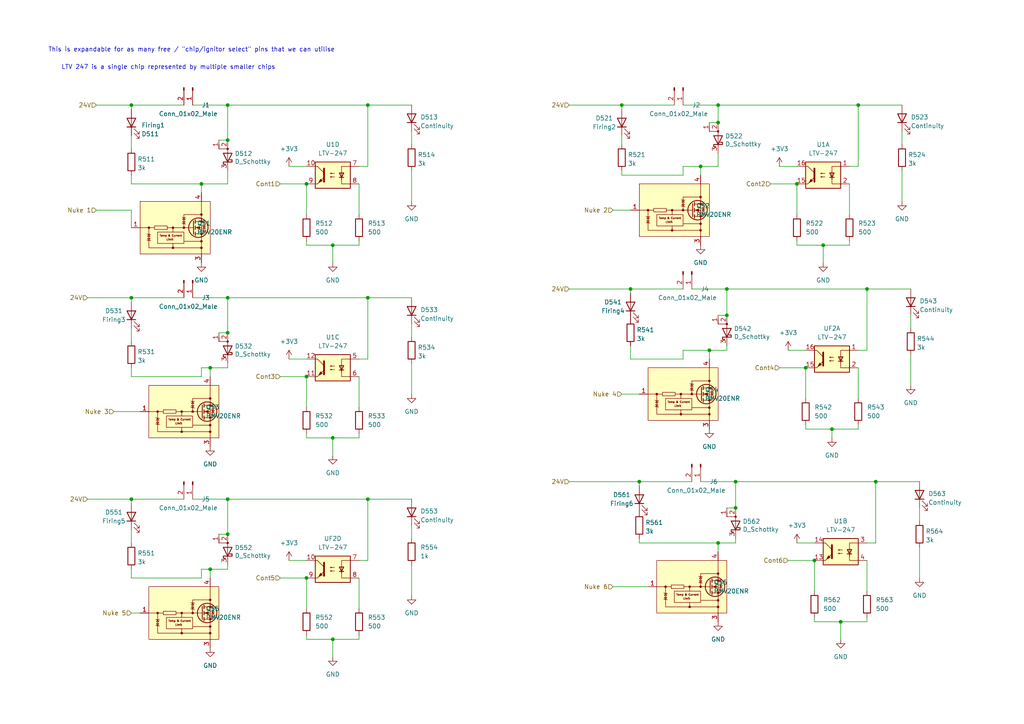
<source format=kicad_sch>
(kicad_sch (version 20211123) (generator eeschema)

  (uuid 06cdc055-2445-4bcf-9b13-1061612fc96e)

  (paper "A4")

  (lib_symbols
    (symbol "Connector:Conn_01x02_Male" (pin_names (offset 1.016) hide) (in_bom yes) (on_board yes)
      (property "Reference" "J" (id 0) (at 0 2.54 0)
        (effects (font (size 1.27 1.27)))
      )
      (property "Value" "Conn_01x02_Male" (id 1) (at 0 -5.08 0)
        (effects (font (size 1.27 1.27)))
      )
      (property "Footprint" "" (id 2) (at 0 0 0)
        (effects (font (size 1.27 1.27)) hide)
      )
      (property "Datasheet" "~" (id 3) (at 0 0 0)
        (effects (font (size 1.27 1.27)) hide)
      )
      (property "ki_keywords" "connector" (id 4) (at 0 0 0)
        (effects (font (size 1.27 1.27)) hide)
      )
      (property "ki_description" "Generic connector, single row, 01x02, script generated (kicad-library-utils/schlib/autogen/connector/)" (id 5) (at 0 0 0)
        (effects (font (size 1.27 1.27)) hide)
      )
      (property "ki_fp_filters" "Connector*:*_1x??_*" (id 6) (at 0 0 0)
        (effects (font (size 1.27 1.27)) hide)
      )
      (symbol "Conn_01x02_Male_1_1"
        (polyline
          (pts
            (xy 1.27 -2.54)
            (xy 0.8636 -2.54)
          )
          (stroke (width 0.1524) (type default) (color 0 0 0 0))
          (fill (type none))
        )
        (polyline
          (pts
            (xy 1.27 0)
            (xy 0.8636 0)
          )
          (stroke (width 0.1524) (type default) (color 0 0 0 0))
          (fill (type none))
        )
        (rectangle (start 0.8636 -2.413) (end 0 -2.667)
          (stroke (width 0.1524) (type default) (color 0 0 0 0))
          (fill (type outline))
        )
        (rectangle (start 0.8636 0.127) (end 0 -0.127)
          (stroke (width 0.1524) (type default) (color 0 0 0 0))
          (fill (type outline))
        )
        (pin passive line (at 5.08 0 180) (length 3.81)
          (name "Pin_1" (effects (font (size 1.27 1.27))))
          (number "1" (effects (font (size 1.27 1.27))))
        )
        (pin passive line (at 5.08 -2.54 180) (length 3.81)
          (name "Pin_2" (effects (font (size 1.27 1.27))))
          (number "2" (effects (font (size 1.27 1.27))))
        )
      )
    )
    (symbol "Device:D_Schottky_AAK" (pin_names (offset 0) hide) (in_bom yes) (on_board yes)
      (property "Reference" "D" (id 0) (at 0 2.54 0)
        (effects (font (size 1.27 1.27)))
      )
      (property "Value" "D_Schottky_AAK" (id 1) (at 0 -2.54 0)
        (effects (font (size 1.27 1.27)))
      )
      (property "Footprint" "" (id 2) (at 0 0 0)
        (effects (font (size 1.27 1.27)) hide)
      )
      (property "Datasheet" "~" (id 3) (at 0 0 0)
        (effects (font (size 1.27 1.27)) hide)
      )
      (property "ki_keywords" "diode Schottky SCHDPAK" (id 4) (at 0 0 0)
        (effects (font (size 1.27 1.27)) hide)
      )
      (property "ki_description" "Schottky diode, anode on pins 1 and 2" (id 5) (at 0 0 0)
        (effects (font (size 1.27 1.27)) hide)
      )
      (property "ki_fp_filters" "TO-???* *_Diode_* *SingleDiode* D_*" (id 6) (at 0 0 0)
        (effects (font (size 1.27 1.27)) hide)
      )
      (symbol "D_Schottky_AAK_0_1"
        (polyline
          (pts
            (xy 1.27 1.27)
            (xy 1.27 -1.27)
            (xy -1.27 0)
            (xy 1.27 1.27)
          )
          (stroke (width 0.254) (type default) (color 0 0 0 0))
          (fill (type none))
        )
        (polyline
          (pts
            (xy 3.81 2.54)
            (xy 2.54 2.54)
            (xy 2.54 0)
            (xy -1.27 0)
          )
          (stroke (width 0) (type default) (color 0 0 0 0))
          (fill (type none))
        )
        (polyline
          (pts
            (xy -1.905 0.635)
            (xy -1.905 1.27)
            (xy -1.27 1.27)
            (xy -1.27 -1.27)
            (xy -0.635 -1.27)
            (xy -0.635 -0.635)
          )
          (stroke (width 0.254) (type default) (color 0 0 0 0))
          (fill (type none))
        )
        (circle (center 2.54 0) (radius 0.254)
          (stroke (width 0) (type default) (color 0 0 0 0))
          (fill (type outline))
        )
      )
      (symbol "D_Schottky_AAK_1_1"
        (pin passive line (at 5.08 2.54 180) (length 2.54)
          (name "A" (effects (font (size 1.27 1.27))))
          (number "1" (effects (font (size 1.27 1.27))))
        )
        (pin passive line (at 5.08 0 180) (length 2.54)
          (name "A" (effects (font (size 1.27 1.27))))
          (number "2" (effects (font (size 1.27 1.27))))
        )
        (pin passive line (at -3.81 0 0) (length 2.54)
          (name "K" (effects (font (size 1.27 1.27))))
          (number "3" (effects (font (size 1.27 1.27))))
        )
      )
    )
    (symbol "Device:LED" (pin_numbers hide) (pin_names (offset 1.016) hide) (in_bom yes) (on_board yes)
      (property "Reference" "D" (id 0) (at 0 2.54 0)
        (effects (font (size 1.27 1.27)))
      )
      (property "Value" "LED" (id 1) (at 0 -2.54 0)
        (effects (font (size 1.27 1.27)))
      )
      (property "Footprint" "" (id 2) (at 0 0 0)
        (effects (font (size 1.27 1.27)) hide)
      )
      (property "Datasheet" "~" (id 3) (at 0 0 0)
        (effects (font (size 1.27 1.27)) hide)
      )
      (property "ki_keywords" "LED diode" (id 4) (at 0 0 0)
        (effects (font (size 1.27 1.27)) hide)
      )
      (property "ki_description" "Light emitting diode" (id 5) (at 0 0 0)
        (effects (font (size 1.27 1.27)) hide)
      )
      (property "ki_fp_filters" "LED* LED_SMD:* LED_THT:*" (id 6) (at 0 0 0)
        (effects (font (size 1.27 1.27)) hide)
      )
      (symbol "LED_0_1"
        (polyline
          (pts
            (xy -1.27 -1.27)
            (xy -1.27 1.27)
          )
          (stroke (width 0.254) (type default) (color 0 0 0 0))
          (fill (type none))
        )
        (polyline
          (pts
            (xy -1.27 0)
            (xy 1.27 0)
          )
          (stroke (width 0) (type default) (color 0 0 0 0))
          (fill (type none))
        )
        (polyline
          (pts
            (xy 1.27 -1.27)
            (xy 1.27 1.27)
            (xy -1.27 0)
            (xy 1.27 -1.27)
          )
          (stroke (width 0.254) (type default) (color 0 0 0 0))
          (fill (type none))
        )
        (polyline
          (pts
            (xy -3.048 -0.762)
            (xy -4.572 -2.286)
            (xy -3.81 -2.286)
            (xy -4.572 -2.286)
            (xy -4.572 -1.524)
          )
          (stroke (width 0) (type default) (color 0 0 0 0))
          (fill (type none))
        )
        (polyline
          (pts
            (xy -1.778 -0.762)
            (xy -3.302 -2.286)
            (xy -2.54 -2.286)
            (xy -3.302 -2.286)
            (xy -3.302 -1.524)
          )
          (stroke (width 0) (type default) (color 0 0 0 0))
          (fill (type none))
        )
      )
      (symbol "LED_1_1"
        (pin passive line (at -3.81 0 0) (length 2.54)
          (name "K" (effects (font (size 1.27 1.27))))
          (number "1" (effects (font (size 1.27 1.27))))
        )
        (pin passive line (at 3.81 0 180) (length 2.54)
          (name "A" (effects (font (size 1.27 1.27))))
          (number "2" (effects (font (size 1.27 1.27))))
        )
      )
    )
    (symbol "Device:R" (pin_numbers hide) (pin_names (offset 0)) (in_bom yes) (on_board yes)
      (property "Reference" "R" (id 0) (at 2.032 0 90)
        (effects (font (size 1.27 1.27)))
      )
      (property "Value" "R" (id 1) (at 0 0 90)
        (effects (font (size 1.27 1.27)))
      )
      (property "Footprint" "" (id 2) (at -1.778 0 90)
        (effects (font (size 1.27 1.27)) hide)
      )
      (property "Datasheet" "~" (id 3) (at 0 0 0)
        (effects (font (size 1.27 1.27)) hide)
      )
      (property "ki_keywords" "R res resistor" (id 4) (at 0 0 0)
        (effects (font (size 1.27 1.27)) hide)
      )
      (property "ki_description" "Resistor" (id 5) (at 0 0 0)
        (effects (font (size 1.27 1.27)) hide)
      )
      (property "ki_fp_filters" "R_*" (id 6) (at 0 0 0)
        (effects (font (size 1.27 1.27)) hide)
      )
      (symbol "R_0_1"
        (rectangle (start -1.016 -2.54) (end 1.016 2.54)
          (stroke (width 0.254) (type default) (color 0 0 0 0))
          (fill (type none))
        )
      )
      (symbol "R_1_1"
        (pin passive line (at 0 3.81 270) (length 1.27)
          (name "~" (effects (font (size 1.27 1.27))))
          (number "1" (effects (font (size 1.27 1.27))))
        )
        (pin passive line (at 0 -3.81 90) (length 1.27)
          (name "~" (effects (font (size 1.27 1.27))))
          (number "2" (effects (font (size 1.27 1.27))))
        )
      )
    )
    (symbol "Driver_FET:NCV8402xST" (pin_names (offset 0) hide) (in_bom yes) (on_board yes)
      (property "Reference" "Q" (id 0) (at 5.08 8.89 0)
        (effects (font (size 1.27 1.27)) (justify right))
      )
      (property "Value" "NCV8402xST" (id 1) (at -11.43 8.89 0)
        (effects (font (size 1.27 1.27)) (justify left))
      )
      (property "Footprint" "Package_TO_SOT_SMD:SOT-223" (id 2) (at 0 -7.112 0)
        (effects (font (size 1.27 1.27)) hide)
      )
      (property "Datasheet" "https://www.onsemi.com/pub/Collateral/NCV8402-D.PDF" (id 3) (at 7.62 0 0)
        (effects (font (size 1.27 1.27)) hide)
      )
      (property "ki_keywords" "MOSFET ESD Overcurrent" (id 4) (at 0 0 0)
        (effects (font (size 1.27 1.27)) hide)
      )
      (property "ki_description" "Self-Protected Low Side Driver with Temperature and Current Limit, SOT−223" (id 5) (at 0 0 0)
        (effects (font (size 1.27 1.27)) hide)
      )
      (property "ki_fp_filters" "SOT?223*" (id 6) (at 0 0 0)
        (effects (font (size 1.27 1.27)) hide)
      )
      (symbol "NCV8402xST_0_0"
        (rectangle (start -10.16 7.62) (end 10.16 -7.62)
          (stroke (width 0) (type default) (color 0 0 0 0))
          (fill (type background))
        )
        (rectangle (start -5.969 0.508) (end -2.286 -0.508)
          (stroke (width 0) (type default) (color 0 0 0 0))
          (fill (type none))
        )
        (polyline
          (pts
            (xy 7.62 2.54)
            (xy 7.62 -7.62)
          )
          (stroke (width 0) (type default) (color 0 0 0 0))
          (fill (type none))
        )
        (polyline
          (pts
            (xy 7.62 2.54)
            (xy 7.62 7.62)
          )
          (stroke (width 0) (type default) (color 0 0 0 0))
          (fill (type none))
        )
        (polyline
          (pts
            (xy -0.635 -1.27)
            (xy -0.635 -0.635)
            (xy -0.635 0)
          )
          (stroke (width 0) (type default) (color 0 0 0 0))
          (fill (type none))
        )
        (polyline
          (pts
            (xy 2.54 0)
            (xy -2.286 0)
            (xy -0.889 0)
          )
          (stroke (width 0) (type default) (color 0 0 0 0))
          (fill (type none))
        )
        (polyline
          (pts
            (xy 2.54 0)
            (xy 2.54 3.81)
            (xy 7.62 3.81)
          )
          (stroke (width 0) (type default) (color 0 0 0 0))
          (fill (type none))
        )
        (polyline
          (pts
            (xy 7.62 -5.842)
            (xy -0.635 -5.842)
            (xy -0.635 -4.572)
          )
          (stroke (width 0) (type default) (color 0 0 0 0))
          (fill (type none))
        )
        (polyline
          (pts
            (xy -0.635 -5.842)
            (xy -7.62 -5.842)
            (xy -7.62 0)
            (xy -6.096 0)
          )
          (stroke (width 0) (type default) (color 0 0 0 0))
          (fill (type none))
        )
        (text "Limit" (at -1.524 -3.429 0)
          (effects (font (size 0.5334 0.5334)))
        )
        (text "Temp & Current" (at -1.27 -2.286 0)
          (effects (font (size 0.5334 0.5334)))
        )
      )
      (symbol "NCV8402xST_0_1"
        (rectangle (start -5.08 -1.27) (end 2.54 -4.572)
          (stroke (width 0) (type default) (color 0 0 0 0))
          (fill (type none))
        )
        (polyline
          (pts
            (xy -7.62 0)
            (xy -10.16 0)
          )
          (stroke (width 0) (type default) (color 0 0 0 0))
          (fill (type none))
        )
        (polyline
          (pts
            (xy 7.62 -3.937)
            (xy 2.667 -3.937)
          )
          (stroke (width 0) (type default) (color 0 0 0 0))
          (fill (type none))
        )
      )
      (symbol "NCV8402xST_1_1"
        (circle (center -7.62 0) (radius 0.2794)
          (stroke (width 0) (type default) (color 0 0 0 0))
          (fill (type outline))
        )
        (circle (center -0.635 -5.842) (radius 0.2794)
          (stroke (width 0) (type default) (color 0 0 0 0))
          (fill (type outline))
        )
        (circle (center -0.635 0) (radius 0.2794)
          (stroke (width 0) (type default) (color 0 0 0 0))
          (fill (type outline))
        )
        (polyline
          (pts
            (xy 2.54 0)
            (xy 5.334 0)
          )
          (stroke (width 0) (type default) (color 0 0 0 0))
          (fill (type none))
        )
        (polyline
          (pts
            (xy 5.842 -1.778)
            (xy 7.62 -1.778)
          )
          (stroke (width 0) (type default) (color 0 0 0 0))
          (fill (type none))
        )
        (polyline
          (pts
            (xy 5.842 -1.27)
            (xy 5.842 -2.286)
          )
          (stroke (width 0.254) (type default) (color 0 0 0 0))
          (fill (type none))
        )
        (polyline
          (pts
            (xy 5.842 0)
            (xy 7.62 0)
          )
          (stroke (width 0) (type default) (color 0 0 0 0))
          (fill (type none))
        )
        (polyline
          (pts
            (xy 5.842 0.508)
            (xy 5.842 -0.508)
          )
          (stroke (width 0.254) (type default) (color 0 0 0 0))
          (fill (type none))
        )
        (polyline
          (pts
            (xy 5.842 1.778)
            (xy 7.62 1.778)
          )
          (stroke (width 0) (type default) (color 0 0 0 0))
          (fill (type none))
        )
        (polyline
          (pts
            (xy 5.842 2.286)
            (xy 5.842 1.27)
          )
          (stroke (width 0.254) (type default) (color 0 0 0 0))
          (fill (type none))
        )
        (polyline
          (pts
            (xy 7.62 -1.778)
            (xy 7.62 -2.54)
          )
          (stroke (width 0) (type default) (color 0 0 0 0))
          (fill (type none))
        )
        (polyline
          (pts
            (xy 7.62 -1.778)
            (xy 7.62 0)
          )
          (stroke (width 0) (type default) (color 0 0 0 0))
          (fill (type none))
        )
        (polyline
          (pts
            (xy 7.62 2.54)
            (xy 7.62 1.778)
          )
          (stroke (width 0) (type default) (color 0 0 0 0))
          (fill (type none))
        )
        (polyline
          (pts
            (xy 5.334 1.905)
            (xy 5.334 -1.905)
            (xy 5.334 -1.905)
          )
          (stroke (width 0.254) (type default) (color 0 0 0 0))
          (fill (type none))
        )
        (polyline
          (pts
            (xy -8.128 -1.778)
            (xy -8.001 -1.905)
            (xy -7.239 -1.905)
            (xy -7.112 -2.032)
          )
          (stroke (width 0) (type default) (color 0 0 0 0))
          (fill (type none))
        )
        (polyline
          (pts
            (xy -7.62 -3.683)
            (xy -7.239 -3.048)
            (xy -8.001 -3.048)
            (xy -7.62 -3.683)
          )
          (stroke (width 0) (type default) (color 0 0 0 0))
          (fill (type none))
        )
        (polyline
          (pts
            (xy -7.62 -1.905)
            (xy -8.001 -2.54)
            (xy -7.239 -2.54)
            (xy -7.62 -1.905)
          )
          (stroke (width 0) (type default) (color 0 0 0 0))
          (fill (type none))
        )
        (polyline
          (pts
            (xy -7.112 -3.81)
            (xy -7.239 -3.683)
            (xy -8.001 -3.683)
            (xy -8.128 -3.556)
          )
          (stroke (width 0) (type default) (color 0 0 0 0))
          (fill (type none))
        )
        (polyline
          (pts
            (xy 2.032 3.048)
            (xy 2.159 2.921)
            (xy 2.921 2.921)
            (xy 3.048 2.794)
          )
          (stroke (width 0) (type default) (color 0 0 0 0))
          (fill (type none))
        )
        (polyline
          (pts
            (xy 2.54 1.143)
            (xy 2.921 1.778)
            (xy 2.159 1.778)
            (xy 2.54 1.143)
          )
          (stroke (width 0) (type default) (color 0 0 0 0))
          (fill (type none))
        )
        (polyline
          (pts
            (xy 2.54 2.921)
            (xy 2.159 2.286)
            (xy 2.921 2.286)
            (xy 2.54 2.921)
          )
          (stroke (width 0) (type default) (color 0 0 0 0))
          (fill (type none))
        )
        (polyline
          (pts
            (xy 3.048 1.016)
            (xy 2.921 1.143)
            (xy 2.159 1.143)
            (xy 2.032 1.27)
          )
          (stroke (width 0) (type default) (color 0 0 0 0))
          (fill (type none))
        )
        (polyline
          (pts
            (xy 6.096 0)
            (xy 7.112 0.381)
            (xy 7.112 -0.381)
            (xy 6.096 0)
          )
          (stroke (width 0) (type default) (color 0 0 0 0))
          (fill (type outline))
        )
        (polyline
          (pts
            (xy 7.62 -1.778)
            (xy 8.382 -1.778)
            (xy 8.382 1.778)
            (xy 7.62 1.778)
          )
          (stroke (width 0) (type default) (color 0 0 0 0))
          (fill (type none))
        )
        (polyline
          (pts
            (xy 7.874 0.508)
            (xy 8.001 0.381)
            (xy 8.763 0.381)
            (xy 8.89 0.254)
          )
          (stroke (width 0) (type default) (color 0 0 0 0))
          (fill (type none))
        )
        (polyline
          (pts
            (xy 8.382 0.381)
            (xy 8.001 -0.254)
            (xy 8.763 -0.254)
            (xy 8.382 0.381)
          )
          (stroke (width 0) (type default) (color 0 0 0 0))
          (fill (type none))
        )
        (circle (center 2.54 0) (radius 0.2794)
          (stroke (width 0) (type default) (color 0 0 0 0))
          (fill (type outline))
        )
        (circle (center 6.731 0) (radius 2.8194)
          (stroke (width 0.254) (type default) (color 0 0 0 0))
          (fill (type none))
        )
        (circle (center 7.62 -5.842) (radius 0.2794)
          (stroke (width 0) (type default) (color 0 0 0 0))
          (fill (type outline))
        )
        (circle (center 7.62 -3.937) (radius 0.2794)
          (stroke (width 0) (type default) (color 0 0 0 0))
          (fill (type outline))
        )
        (circle (center 7.62 -1.778) (radius 0.2794)
          (stroke (width 0) (type default) (color 0 0 0 0))
          (fill (type outline))
        )
        (circle (center 7.62 1.778) (radius 0.2794)
          (stroke (width 0) (type default) (color 0 0 0 0))
          (fill (type outline))
        )
        (circle (center 7.62 3.81) (radius 0.2794)
          (stroke (width 0) (type default) (color 0 0 0 0))
          (fill (type outline))
        )
        (pin input line (at -12.7 0 0) (length 2.54)
          (name "G" (effects (font (size 1.27 1.27))))
          (number "1" (effects (font (size 1.27 1.27))))
        )
        (pin passive line (at 7.62 10.16 270) (length 2.54) hide
          (name "D" (effects (font (size 1.27 1.27))))
          (number "2" (effects (font (size 1.27 1.27))))
        )
        (pin passive line (at 7.62 -10.16 90) (length 2.54)
          (name "S" (effects (font (size 1.27 1.27))))
          (number "3" (effects (font (size 1.27 1.27))))
        )
        (pin passive line (at 7.62 10.16 270) (length 2.54)
          (name "D" (effects (font (size 1.27 1.27))))
          (number "4" (effects (font (size 1.27 1.27))))
        )
      )
    )
    (symbol "Isolator:LTV-247" (in_bom yes) (on_board yes)
      (property "Reference" "U" (id 0) (at -5.08 5.08 0)
        (effects (font (size 1.27 1.27)) (justify left))
      )
      (property "Value" "LTV-247" (id 1) (at 0 5.08 0)
        (effects (font (size 1.27 1.27)) (justify left))
      )
      (property "Footprint" "Package_SO:SOP-16_4.4x10.4mm_P1.27mm" (id 2) (at -5.08 -5.08 0)
        (effects (font (size 1.27 1.27) italic) (justify left) hide)
      )
      (property "Datasheet" "http://optoelectronics.liteon.com/upload/download/DS70-2009-0014/LTV-2X7%20sereis%20Mar17.PDF" (id 3) (at 0 0 0)
        (effects (font (size 1.27 1.27)) (justify left) hide)
      )
      (property "ki_keywords" "NPN DC Quad Optocoupler" (id 4) (at 0 0 0)
        (effects (font (size 1.27 1.27)) hide)
      )
      (property "ki_description" "DC Quad Optocoupler, Vce 80V, CTR 100-600%, SOP-16" (id 5) (at 0 0 0)
        (effects (font (size 1.27 1.27)) hide)
      )
      (property "ki_fp_filters" "SOP*4.4x10.4mm*P1.27mm*" (id 6) (at 0 0 0)
        (effects (font (size 1.27 1.27)) hide)
      )
      (symbol "LTV-247_0_1"
        (rectangle (start -5.08 3.81) (end 5.08 -3.81)
          (stroke (width 0.254) (type default) (color 0 0 0 0))
          (fill (type background))
        )
        (polyline
          (pts
            (xy -3.175 -0.635)
            (xy -1.905 -0.635)
          )
          (stroke (width 0.254) (type default) (color 0 0 0 0))
          (fill (type none))
        )
        (polyline
          (pts
            (xy 2.54 0.635)
            (xy 4.445 2.54)
          )
          (stroke (width 0) (type default) (color 0 0 0 0))
          (fill (type none))
        )
        (polyline
          (pts
            (xy 4.445 -2.54)
            (xy 2.54 -0.635)
          )
          (stroke (width 0) (type default) (color 0 0 0 0))
          (fill (type outline))
        )
        (polyline
          (pts
            (xy 4.445 -2.54)
            (xy 5.08 -2.54)
          )
          (stroke (width 0) (type default) (color 0 0 0 0))
          (fill (type none))
        )
        (polyline
          (pts
            (xy 4.445 2.54)
            (xy 5.08 2.54)
          )
          (stroke (width 0) (type default) (color 0 0 0 0))
          (fill (type none))
        )
        (polyline
          (pts
            (xy -2.54 -0.635)
            (xy -2.54 -2.54)
            (xy -5.08 -2.54)
          )
          (stroke (width 0) (type default) (color 0 0 0 0))
          (fill (type none))
        )
        (polyline
          (pts
            (xy 2.54 1.905)
            (xy 2.54 -1.905)
            (xy 2.54 -1.905)
          )
          (stroke (width 0.508) (type default) (color 0 0 0 0))
          (fill (type none))
        )
        (polyline
          (pts
            (xy -5.08 2.54)
            (xy -2.54 2.54)
            (xy -2.54 -1.27)
            (xy -2.54 0.635)
          )
          (stroke (width 0) (type default) (color 0 0 0 0))
          (fill (type none))
        )
        (polyline
          (pts
            (xy -2.54 -0.635)
            (xy -3.175 0.635)
            (xy -1.905 0.635)
            (xy -2.54 -0.635)
          )
          (stroke (width 0.254) (type default) (color 0 0 0 0))
          (fill (type none))
        )
        (polyline
          (pts
            (xy -0.508 -0.508)
            (xy 0.762 -0.508)
            (xy 0.381 -0.635)
            (xy 0.381 -0.381)
            (xy 0.762 -0.508)
          )
          (stroke (width 0) (type default) (color 0 0 0 0))
          (fill (type none))
        )
        (polyline
          (pts
            (xy -0.508 0.508)
            (xy 0.762 0.508)
            (xy 0.381 0.381)
            (xy 0.381 0.635)
            (xy 0.762 0.508)
          )
          (stroke (width 0) (type default) (color 0 0 0 0))
          (fill (type none))
        )
        (polyline
          (pts
            (xy 3.048 -1.651)
            (xy 3.556 -1.143)
            (xy 4.064 -2.159)
            (xy 3.048 -1.651)
            (xy 3.048 -1.651)
          )
          (stroke (width 0) (type default) (color 0 0 0 0))
          (fill (type outline))
        )
      )
      (symbol "LTV-247_1_1"
        (pin passive line (at -7.62 2.54 0) (length 2.54)
          (name "~" (effects (font (size 1.27 1.27))))
          (number "1" (effects (font (size 1.27 1.27))))
        )
        (pin passive line (at 7.62 -2.54 180) (length 2.54)
          (name "~" (effects (font (size 1.27 1.27))))
          (number "15" (effects (font (size 1.27 1.27))))
        )
        (pin passive line (at 7.62 2.54 180) (length 2.54)
          (name "~" (effects (font (size 1.27 1.27))))
          (number "16" (effects (font (size 1.27 1.27))))
        )
        (pin passive line (at -7.62 -2.54 0) (length 2.54)
          (name "~" (effects (font (size 1.27 1.27))))
          (number "2" (effects (font (size 1.27 1.27))))
        )
      )
      (symbol "LTV-247_2_1"
        (pin passive line (at 7.62 -2.54 180) (length 2.54)
          (name "~" (effects (font (size 1.27 1.27))))
          (number "13" (effects (font (size 1.27 1.27))))
        )
        (pin passive line (at 7.62 2.54 180) (length 2.54)
          (name "~" (effects (font (size 1.27 1.27))))
          (number "14" (effects (font (size 1.27 1.27))))
        )
        (pin passive line (at -7.62 2.54 0) (length 2.54)
          (name "~" (effects (font (size 1.27 1.27))))
          (number "3" (effects (font (size 1.27 1.27))))
        )
        (pin passive line (at -7.62 -2.54 0) (length 2.54)
          (name "~" (effects (font (size 1.27 1.27))))
          (number "4" (effects (font (size 1.27 1.27))))
        )
      )
      (symbol "LTV-247_3_1"
        (pin passive line (at 7.62 -2.54 180) (length 2.54)
          (name "~" (effects (font (size 1.27 1.27))))
          (number "11" (effects (font (size 1.27 1.27))))
        )
        (pin passive line (at 7.62 2.54 180) (length 2.54)
          (name "~" (effects (font (size 1.27 1.27))))
          (number "12" (effects (font (size 1.27 1.27))))
        )
        (pin passive line (at -7.62 2.54 0) (length 2.54)
          (name "~" (effects (font (size 1.27 1.27))))
          (number "5" (effects (font (size 1.27 1.27))))
        )
        (pin passive line (at -7.62 -2.54 0) (length 2.54)
          (name "~" (effects (font (size 1.27 1.27))))
          (number "6" (effects (font (size 1.27 1.27))))
        )
      )
      (symbol "LTV-247_4_1"
        (pin passive line (at 7.62 2.54 180) (length 2.54)
          (name "~" (effects (font (size 1.27 1.27))))
          (number "10" (effects (font (size 1.27 1.27))))
        )
        (pin passive line (at -7.62 2.54 0) (length 2.54)
          (name "~" (effects (font (size 1.27 1.27))))
          (number "7" (effects (font (size 1.27 1.27))))
        )
        (pin passive line (at -7.62 -2.54 0) (length 2.54)
          (name "~" (effects (font (size 1.27 1.27))))
          (number "8" (effects (font (size 1.27 1.27))))
        )
        (pin passive line (at 7.62 -2.54 180) (length 2.54)
          (name "~" (effects (font (size 1.27 1.27))))
          (number "9" (effects (font (size 1.27 1.27))))
        )
      )
    )
    (symbol "power:+3V3" (power) (pin_names (offset 0)) (in_bom yes) (on_board yes)
      (property "Reference" "#PWR" (id 0) (at 0 -3.81 0)
        (effects (font (size 1.27 1.27)) hide)
      )
      (property "Value" "+3V3" (id 1) (at 0 3.556 0)
        (effects (font (size 1.27 1.27)))
      )
      (property "Footprint" "" (id 2) (at 0 0 0)
        (effects (font (size 1.27 1.27)) hide)
      )
      (property "Datasheet" "" (id 3) (at 0 0 0)
        (effects (font (size 1.27 1.27)) hide)
      )
      (property "ki_keywords" "power-flag" (id 4) (at 0 0 0)
        (effects (font (size 1.27 1.27)) hide)
      )
      (property "ki_description" "Power symbol creates a global label with name \"+3V3\"" (id 5) (at 0 0 0)
        (effects (font (size 1.27 1.27)) hide)
      )
      (symbol "+3V3_0_1"
        (polyline
          (pts
            (xy -0.762 1.27)
            (xy 0 2.54)
          )
          (stroke (width 0) (type default) (color 0 0 0 0))
          (fill (type none))
        )
        (polyline
          (pts
            (xy 0 0)
            (xy 0 2.54)
          )
          (stroke (width 0) (type default) (color 0 0 0 0))
          (fill (type none))
        )
        (polyline
          (pts
            (xy 0 2.54)
            (xy 0.762 1.27)
          )
          (stroke (width 0) (type default) (color 0 0 0 0))
          (fill (type none))
        )
      )
      (symbol "+3V3_1_1"
        (pin power_in line (at 0 0 90) (length 0) hide
          (name "+3V3" (effects (font (size 1.27 1.27))))
          (number "1" (effects (font (size 1.27 1.27))))
        )
      )
    )
    (symbol "power:GND" (power) (pin_names (offset 0)) (in_bom yes) (on_board yes)
      (property "Reference" "#PWR" (id 0) (at 0 -6.35 0)
        (effects (font (size 1.27 1.27)) hide)
      )
      (property "Value" "GND" (id 1) (at 0 -3.81 0)
        (effects (font (size 1.27 1.27)))
      )
      (property "Footprint" "" (id 2) (at 0 0 0)
        (effects (font (size 1.27 1.27)) hide)
      )
      (property "Datasheet" "" (id 3) (at 0 0 0)
        (effects (font (size 1.27 1.27)) hide)
      )
      (property "ki_keywords" "power-flag" (id 4) (at 0 0 0)
        (effects (font (size 1.27 1.27)) hide)
      )
      (property "ki_description" "Power symbol creates a global label with name \"GND\" , ground" (id 5) (at 0 0 0)
        (effects (font (size 1.27 1.27)) hide)
      )
      (symbol "GND_0_1"
        (polyline
          (pts
            (xy 0 0)
            (xy 0 -1.27)
            (xy 1.27 -1.27)
            (xy 0 -2.54)
            (xy -1.27 -1.27)
            (xy 0 -1.27)
          )
          (stroke (width 0) (type default) (color 0 0 0 0))
          (fill (type none))
        )
      )
      (symbol "GND_1_1"
        (pin power_in line (at 0 0 270) (length 0) hide
          (name "GND" (effects (font (size 1.27 1.27))))
          (number "1" (effects (font (size 1.27 1.27))))
        )
      )
    )
  )

  (junction (at 210.82 91.44) (diameter 0) (color 0 0 0 0)
    (uuid 00edbcf1-59a9-49de-b0ac-9881bf104636)
  )
  (junction (at 66.04 30.48) (diameter 0) (color 0 0 0 0)
    (uuid 05de9977-56ad-4dd9-b6e0-aed5c14ac908)
  )
  (junction (at 231.14 53.34) (diameter 0) (color 0 0 0 0)
    (uuid 0e851ea5-1f1c-40d5-bf47-393077fa2f9e)
  )
  (junction (at 205.74 101.6) (diameter 0) (color 0 0 0 0)
    (uuid 1cb876b5-3455-4deb-a352-fba7c2a82666)
  )
  (junction (at 203.2 48.26) (diameter 0) (color 0 0 0 0)
    (uuid 1f62391d-edad-497c-b927-6f2bee6a0668)
  )
  (junction (at 248.92 30.48) (diameter 0) (color 0 0 0 0)
    (uuid 2a8d3f9d-5199-4a44-99a3-5dbcd1a30c36)
  )
  (junction (at 243.84 180.34) (diameter 0) (color 0 0 0 0)
    (uuid 2d817f24-2048-46fb-8748-619e2f430eef)
  )
  (junction (at 208.28 157.48) (diameter 0) (color 0 0 0 0)
    (uuid 300e035e-29c8-4d54-adeb-f54e8869b631)
  )
  (junction (at 241.3 124.46) (diameter 0) (color 0 0 0 0)
    (uuid 328fa516-bc2a-446a-a8d8-49c9eda57f2e)
  )
  (junction (at 66.04 154.94) (diameter 0) (color 0 0 0 0)
    (uuid 33dad13c-82f5-46b1-952e-d263a3f6270a)
  )
  (junction (at 66.04 96.52) (diameter 0) (color 0 0 0 0)
    (uuid 38c85cc3-5db9-401d-b589-2a3f3e3a7069)
  )
  (junction (at 88.9 109.22) (diameter 0) (color 0 0 0 0)
    (uuid 4a3dc186-1254-4b0e-8b94-076cc851b422)
  )
  (junction (at 60.96 106.68) (diameter 0) (color 0 0 0 0)
    (uuid 5280e715-b8fc-4ffb-aba4-25b3f3066ef1)
  )
  (junction (at 233.68 106.68) (diameter 0) (color 0 0 0 0)
    (uuid 5729c352-e858-4767-bc23-8d3ce4754b25)
  )
  (junction (at 185.42 139.7) (diameter 0) (color 0 0 0 0)
    (uuid 66f8c001-d01c-4501-bcac-567f2b6ad3f7)
  )
  (junction (at 208.28 30.48) (diameter 0) (color 0 0 0 0)
    (uuid 69ebd00a-4c0e-445d-86f9-6e50d88f8462)
  )
  (junction (at 66.04 144.78) (diameter 0) (color 0 0 0 0)
    (uuid 6b603366-84c1-438e-b035-8be03a1274a6)
  )
  (junction (at 238.76 71.12) (diameter 0) (color 0 0 0 0)
    (uuid 6cd30f20-8d3a-4640-bd51-5fecdf45190f)
  )
  (junction (at 106.68 144.78) (diameter 0) (color 0 0 0 0)
    (uuid 7cf33df6-c368-43c3-bc0f-77ba2d93be5d)
  )
  (junction (at 38.1 30.48) (diameter 0) (color 0 0 0 0)
    (uuid 835a4264-30f8-4d82-a4ed-915fe8c32966)
  )
  (junction (at 213.36 139.7) (diameter 0) (color 0 0 0 0)
    (uuid 87257f1d-92c6-4060-a6e1-0ab339bf509b)
  )
  (junction (at 208.28 35.56) (diameter 0) (color 0 0 0 0)
    (uuid 88aae143-a8fc-497c-b77b-738da618dd3e)
  )
  (junction (at 96.52 185.42) (diameter 0) (color 0 0 0 0)
    (uuid 9023715e-d443-4ed7-a67a-27c4283f9b2f)
  )
  (junction (at 182.88 83.82) (diameter 0) (color 0 0 0 0)
    (uuid 9a80699b-3c08-4b35-a1e8-0b1921e2ad4f)
  )
  (junction (at 88.9 53.34) (diameter 0) (color 0 0 0 0)
    (uuid 9ad32dff-2adb-442c-8f5c-210ffb41e41b)
  )
  (junction (at 96.52 71.12) (diameter 0) (color 0 0 0 0)
    (uuid 9c0c700d-6619-4f06-92d8-345c8106c024)
  )
  (junction (at 66.04 40.64) (diameter 0) (color 0 0 0 0)
    (uuid a132a0fb-c9c1-455b-b1ed-4d7aefbec6a1)
  )
  (junction (at 88.9 167.64) (diameter 0) (color 0 0 0 0)
    (uuid a90648b1-b377-46ef-8d40-33f7fb6bca6a)
  )
  (junction (at 106.68 86.36) (diameter 0) (color 0 0 0 0)
    (uuid b7fb0cfa-d20e-45f6-9b84-3a4e8076db87)
  )
  (junction (at 96.52 127) (diameter 0) (color 0 0 0 0)
    (uuid bb7afca4-4741-4251-869a-021b09f1879c)
  )
  (junction (at 251.46 83.82) (diameter 0) (color 0 0 0 0)
    (uuid be51d0a4-5dd2-43a1-a564-96af8a60af0e)
  )
  (junction (at 106.68 30.48) (diameter 0) (color 0 0 0 0)
    (uuid d0870d1a-48a8-4ecf-87b9-71e8d7ff005d)
  )
  (junction (at 213.36 147.32) (diameter 0) (color 0 0 0 0)
    (uuid d4971681-5058-419e-ab20-94be69b71d0e)
  )
  (junction (at 180.34 30.48) (diameter 0) (color 0 0 0 0)
    (uuid df0feb12-98b7-4700-9c61-c72181cf4c14)
  )
  (junction (at 210.82 83.82) (diameter 0) (color 0 0 0 0)
    (uuid e0d1b63a-fbb8-43ed-95f4-0408f5050065)
  )
  (junction (at 60.96 165.1) (diameter 0) (color 0 0 0 0)
    (uuid e151c0d1-5bc1-4227-8f8b-1d5d8b892c0f)
  )
  (junction (at 38.1 144.78) (diameter 0) (color 0 0 0 0)
    (uuid e37f90d6-155f-47a6-84cb-10f23959f2ec)
  )
  (junction (at 254 139.7) (diameter 0) (color 0 0 0 0)
    (uuid e43995b4-4d7f-4ce6-a890-860e3dabf370)
  )
  (junction (at 38.1 86.36) (diameter 0) (color 0 0 0 0)
    (uuid e742ca4b-7abf-4879-aea5-1fb5c2ab687f)
  )
  (junction (at 236.22 162.56) (diameter 0) (color 0 0 0 0)
    (uuid f1d2ae04-d5f3-4d23-90d7-7994b24d2052)
  )
  (junction (at 58.42 53.34) (diameter 0) (color 0 0 0 0)
    (uuid f7977961-feac-4d55-86ae-d4de200c5186)
  )
  (junction (at 66.04 86.36) (diameter 0) (color 0 0 0 0)
    (uuid faab1bfe-e406-4591-b631-074866abd5c9)
  )

  (wire (pts (xy 106.68 86.36) (xy 119.38 86.36))
    (stroke (width 0) (type default) (color 0 0 0 0))
    (uuid 01306df2-f872-44cd-96c9-27637c636758)
  )
  (wire (pts (xy 243.84 180.34) (xy 243.84 185.42))
    (stroke (width 0) (type default) (color 0 0 0 0))
    (uuid 01f7e489-cdbe-4cc9-9be0-d7d7840acdd6)
  )
  (wire (pts (xy 66.04 30.48) (xy 106.68 30.48))
    (stroke (width 0) (type default) (color 0 0 0 0))
    (uuid 02da023a-d4bd-4ded-bc4f-9b16d7f8e836)
  )
  (wire (pts (xy 38.1 31.75) (xy 38.1 30.48))
    (stroke (width 0) (type default) (color 0 0 0 0))
    (uuid 02da9032-83bc-40b6-9790-20c28cb579ad)
  )
  (wire (pts (xy 203.2 48.26) (xy 203.2 50.8))
    (stroke (width 0) (type default) (color 0 0 0 0))
    (uuid 02df1ad4-e836-47c4-b28a-32bfc9124877)
  )
  (wire (pts (xy 208.28 30.48) (xy 208.28 35.56))
    (stroke (width 0) (type default) (color 0 0 0 0))
    (uuid 049848b6-7812-4047-8a48-536811d72470)
  )
  (wire (pts (xy 81.28 53.34) (xy 88.9 53.34))
    (stroke (width 0) (type default) (color 0 0 0 0))
    (uuid 04b5c6da-aa8d-4122-8801-cfbaf268cc73)
  )
  (wire (pts (xy 208.28 44.45) (xy 208.28 48.26))
    (stroke (width 0) (type default) (color 0 0 0 0))
    (uuid 088167fe-ff74-4ba0-8cfb-958b121f2695)
  )
  (wire (pts (xy 88.9 185.42) (xy 96.52 185.42))
    (stroke (width 0) (type default) (color 0 0 0 0))
    (uuid 0bbcbbf6-2d3f-46bb-80e7-f93948714d9e)
  )
  (wire (pts (xy 203.2 48.26) (xy 208.28 48.26))
    (stroke (width 0) (type default) (color 0 0 0 0))
    (uuid 0c029347-f6a0-49a4-96c0-0365a0ed1131)
  )
  (wire (pts (xy 165.1 30.48) (xy 180.34 30.48))
    (stroke (width 0) (type default) (color 0 0 0 0))
    (uuid 122b01ea-c543-4a0f-ba69-bd210dbcbb7d)
  )
  (wire (pts (xy 38.1 167.64) (xy 58.42 167.64))
    (stroke (width 0) (type default) (color 0 0 0 0))
    (uuid 12368418-3166-4112-98c5-32980a4b5140)
  )
  (wire (pts (xy 198.12 50.8) (xy 180.34 50.8))
    (stroke (width 0) (type default) (color 0 0 0 0))
    (uuid 185a18f6-1e1f-483c-94e2-d40a3da6d703)
  )
  (wire (pts (xy 241.3 124.46) (xy 248.92 124.46))
    (stroke (width 0) (type default) (color 0 0 0 0))
    (uuid 1b6daa7a-a660-4b3b-bc54-d12ebdb42271)
  )
  (wire (pts (xy 66.04 105.41) (xy 66.04 106.68))
    (stroke (width 0) (type default) (color 0 0 0 0))
    (uuid 1bf738d6-7d5c-404d-895a-a2a1643a3495)
  )
  (wire (pts (xy 198.12 48.26) (xy 203.2 48.26))
    (stroke (width 0) (type default) (color 0 0 0 0))
    (uuid 1c510d4c-c858-4fdf-9775-664172105f9b)
  )
  (wire (pts (xy 254 139.7) (xy 254 157.48))
    (stroke (width 0) (type default) (color 0 0 0 0))
    (uuid 1cf11f95-4a0e-410a-aaa1-f3fe61a1011e)
  )
  (wire (pts (xy 205.74 101.6) (xy 210.82 101.6))
    (stroke (width 0) (type default) (color 0 0 0 0))
    (uuid 1f9c7422-1e77-4e92-b945-169aac2cf718)
  )
  (wire (pts (xy 38.1 146.05) (xy 38.1 144.78))
    (stroke (width 0) (type default) (color 0 0 0 0))
    (uuid 1fc7eea1-4e6f-4390-bc19-a1e63f9cba40)
  )
  (wire (pts (xy 226.06 48.26) (xy 231.14 48.26))
    (stroke (width 0) (type default) (color 0 0 0 0))
    (uuid 214b9153-db8b-4589-a34b-68bfc3416f11)
  )
  (wire (pts (xy 66.04 86.36) (xy 106.68 86.36))
    (stroke (width 0) (type default) (color 0 0 0 0))
    (uuid 2255a835-51d0-4ef0-8499-31b6c125f46b)
  )
  (wire (pts (xy 58.42 165.1) (xy 60.96 165.1))
    (stroke (width 0) (type default) (color 0 0 0 0))
    (uuid 225f8596-7b51-4cb4-bb1c-2e605b69377d)
  )
  (wire (pts (xy 208.28 157.48) (xy 213.36 157.48))
    (stroke (width 0) (type default) (color 0 0 0 0))
    (uuid 245b4970-37b8-4b3e-8e92-b0af8425a875)
  )
  (wire (pts (xy 38.1 87.63) (xy 38.1 86.36))
    (stroke (width 0) (type default) (color 0 0 0 0))
    (uuid 2573abd6-cb09-4b9b-83c4-04844532001b)
  )
  (wire (pts (xy 180.34 39.37) (xy 180.34 41.91))
    (stroke (width 0) (type default) (color 0 0 0 0))
    (uuid 264ccec0-d4ba-4b34-bbf3-e18ee42df2cb)
  )
  (wire (pts (xy 38.1 153.67) (xy 38.1 157.48))
    (stroke (width 0) (type default) (color 0 0 0 0))
    (uuid 269b2765-9837-41e0-ac6f-d0f6599a8ce9)
  )
  (wire (pts (xy 38.1 60.96) (xy 38.1 66.04))
    (stroke (width 0) (type default) (color 0 0 0 0))
    (uuid 286e8776-963f-49bf-a701-c910e4151cfd)
  )
  (wire (pts (xy 38.1 53.34) (xy 58.42 53.34))
    (stroke (width 0) (type default) (color 0 0 0 0))
    (uuid 2e12863a-b84b-4dfa-b21d-9e71fc1e6c13)
  )
  (wire (pts (xy 96.52 127) (xy 104.14 127))
    (stroke (width 0) (type default) (color 0 0 0 0))
    (uuid 2f2fe074-09a5-42f4-8c04-06a69b873f69)
  )
  (wire (pts (xy 264.16 91.44) (xy 264.16 95.25))
    (stroke (width 0) (type default) (color 0 0 0 0))
    (uuid 2f3bd7a5-9859-444a-9039-a56b950bc411)
  )
  (wire (pts (xy 119.38 38.1) (xy 119.38 41.91))
    (stroke (width 0) (type default) (color 0 0 0 0))
    (uuid 314850ae-c02f-4f14-87c0-826874db3bfa)
  )
  (wire (pts (xy 96.52 71.12) (xy 96.52 76.2))
    (stroke (width 0) (type default) (color 0 0 0 0))
    (uuid 31aa038c-f31e-4abb-885a-78fd703ec827)
  )
  (wire (pts (xy 33.02 119.38) (xy 40.64 119.38))
    (stroke (width 0) (type default) (color 0 0 0 0))
    (uuid 3596e4f6-a62f-45f3-a36d-75a44a506f70)
  )
  (wire (pts (xy 106.68 86.36) (xy 106.68 104.14))
    (stroke (width 0) (type default) (color 0 0 0 0))
    (uuid 370e8611-b7c3-4483-bcca-c971bf8558e6)
  )
  (wire (pts (xy 81.28 109.22) (xy 88.9 109.22))
    (stroke (width 0) (type default) (color 0 0 0 0))
    (uuid 38aa2104-dbac-4766-9d8d-7acb7b9b8dc0)
  )
  (wire (pts (xy 264.16 102.87) (xy 264.16 111.76))
    (stroke (width 0) (type default) (color 0 0 0 0))
    (uuid 3b9b3110-94bd-4a31-9438-df8da20206c7)
  )
  (wire (pts (xy 198.12 101.6) (xy 198.12 104.14))
    (stroke (width 0) (type default) (color 0 0 0 0))
    (uuid 41062982-a11c-4fe9-bbce-bf5051d0ed5a)
  )
  (wire (pts (xy 106.68 104.14) (xy 104.14 104.14))
    (stroke (width 0) (type default) (color 0 0 0 0))
    (uuid 426b6a6b-81e0-42e3-b5d5-84123fc1f110)
  )
  (wire (pts (xy 38.1 95.25) (xy 38.1 99.06))
    (stroke (width 0) (type default) (color 0 0 0 0))
    (uuid 42a6cb09-23bb-4631-b63a-dd5bb3914d04)
  )
  (wire (pts (xy 60.96 165.1) (xy 60.96 167.64))
    (stroke (width 0) (type default) (color 0 0 0 0))
    (uuid 4301df22-ebad-432e-b64b-0df88932c680)
  )
  (wire (pts (xy 248.92 30.48) (xy 248.92 48.26))
    (stroke (width 0) (type default) (color 0 0 0 0))
    (uuid 474c2264-30fb-4df7-8a4b-8e1fa4aa2452)
  )
  (wire (pts (xy 200.66 83.82) (xy 210.82 83.82))
    (stroke (width 0) (type default) (color 0 0 0 0))
    (uuid 47ebf737-6875-415a-8b30-bd684822a13b)
  )
  (wire (pts (xy 58.42 167.64) (xy 58.42 165.1))
    (stroke (width 0) (type default) (color 0 0 0 0))
    (uuid 4bc7bf2b-f3be-48fe-970e-ccde154908ca)
  )
  (wire (pts (xy 106.68 144.78) (xy 106.68 162.56))
    (stroke (width 0) (type default) (color 0 0 0 0))
    (uuid 4e555e86-dbe5-4c7e-9fd4-731765e05cbf)
  )
  (wire (pts (xy 248.92 30.48) (xy 261.62 30.48))
    (stroke (width 0) (type default) (color 0 0 0 0))
    (uuid 4e73a7f4-da6b-47cb-94eb-4ae07e490d04)
  )
  (wire (pts (xy 58.42 106.68) (xy 60.96 106.68))
    (stroke (width 0) (type default) (color 0 0 0 0))
    (uuid 502c4f14-d253-48e3-8eef-84834a6d8adb)
  )
  (wire (pts (xy 104.14 125.73) (xy 104.14 127))
    (stroke (width 0) (type default) (color 0 0 0 0))
    (uuid 50a05630-af0d-4f41-b5f7-327ad8899d10)
  )
  (wire (pts (xy 119.38 105.41) (xy 119.38 114.3))
    (stroke (width 0) (type default) (color 0 0 0 0))
    (uuid 511ec3e9-a2fe-43c3-aa9c-78e894a266e0)
  )
  (wire (pts (xy 38.1 39.37) (xy 38.1 43.18))
    (stroke (width 0) (type default) (color 0 0 0 0))
    (uuid 51c30bc1-2046-443e-9748-f336bc237480)
  )
  (wire (pts (xy 177.8 170.18) (xy 187.96 170.18))
    (stroke (width 0) (type default) (color 0 0 0 0))
    (uuid 551b594f-07ae-47e0-966b-f886295d5773)
  )
  (wire (pts (xy 83.82 48.26) (xy 88.9 48.26))
    (stroke (width 0) (type default) (color 0 0 0 0))
    (uuid 56368784-7f71-4e8b-ad7c-fbed9db0283c)
  )
  (wire (pts (xy 66.04 154.94) (xy 66.04 144.78))
    (stroke (width 0) (type default) (color 0 0 0 0))
    (uuid 58035d43-5c99-4544-acbb-05499674f975)
  )
  (wire (pts (xy 233.68 106.68) (xy 233.68 115.57))
    (stroke (width 0) (type default) (color 0 0 0 0))
    (uuid 58a178fa-2ad8-4a03-b2db-5dca9353de06)
  )
  (wire (pts (xy 38.1 144.78) (xy 53.34 144.78))
    (stroke (width 0) (type default) (color 0 0 0 0))
    (uuid 5a494fe9-8441-42a8-a9e8-0b79aed49303)
  )
  (wire (pts (xy 198.12 30.48) (xy 208.28 30.48))
    (stroke (width 0) (type default) (color 0 0 0 0))
    (uuid 5ac36206-af36-4879-8d02-50ad0a76a0c7)
  )
  (wire (pts (xy 248.92 106.68) (xy 248.92 115.57))
    (stroke (width 0) (type default) (color 0 0 0 0))
    (uuid 5b082c46-6162-404f-ac9a-be41405870e7)
  )
  (wire (pts (xy 66.04 30.48) (xy 66.04 40.64))
    (stroke (width 0) (type default) (color 0 0 0 0))
    (uuid 5b409e6c-82e9-4425-b1e0-9b85a8363078)
  )
  (wire (pts (xy 238.76 71.12) (xy 246.38 71.12))
    (stroke (width 0) (type default) (color 0 0 0 0))
    (uuid 5e33589f-649c-4308-9988-a3a79193ffb7)
  )
  (wire (pts (xy 231.14 71.12) (xy 238.76 71.12))
    (stroke (width 0) (type default) (color 0 0 0 0))
    (uuid 5e6f0c5d-a14d-47ad-bedf-e25836fc5116)
  )
  (wire (pts (xy 205.74 101.6) (xy 205.74 104.14))
    (stroke (width 0) (type default) (color 0 0 0 0))
    (uuid 5f46083a-6331-459b-9d3e-9f392864b475)
  )
  (wire (pts (xy 213.36 147.32) (xy 213.36 139.7))
    (stroke (width 0) (type default) (color 0 0 0 0))
    (uuid 5fa901e5-036a-40bb-8fac-37fc1e656a0b)
  )
  (wire (pts (xy 180.34 30.48) (xy 195.58 30.48))
    (stroke (width 0) (type default) (color 0 0 0 0))
    (uuid 63b82af7-4c64-4464-b856-2398635a5710)
  )
  (wire (pts (xy 210.82 83.82) (xy 251.46 83.82))
    (stroke (width 0) (type default) (color 0 0 0 0))
    (uuid 6480b215-b299-4538-8467-fb3c0bf9f6c9)
  )
  (wire (pts (xy 248.92 123.19) (xy 248.92 124.46))
    (stroke (width 0) (type default) (color 0 0 0 0))
    (uuid 65c814e7-619b-4253-ae13-e7ff80021d93)
  )
  (wire (pts (xy 104.14 69.85) (xy 104.14 71.12))
    (stroke (width 0) (type default) (color 0 0 0 0))
    (uuid 6a655541-d4ca-4246-b57f-177ed3d5a55f)
  )
  (wire (pts (xy 27.94 60.96) (xy 38.1 60.96))
    (stroke (width 0) (type default) (color 0 0 0 0))
    (uuid 6afef1da-1020-4962-8c74-1aa7dfb0e0a7)
  )
  (wire (pts (xy 88.9 167.64) (xy 88.9 176.53))
    (stroke (width 0) (type default) (color 0 0 0 0))
    (uuid 6ffd278f-2ed2-4c10-bbf4-f24eb181e718)
  )
  (wire (pts (xy 58.42 109.22) (xy 58.42 106.68))
    (stroke (width 0) (type default) (color 0 0 0 0))
    (uuid 706b6a60-3c73-4cb9-b312-f0d6539b30e2)
  )
  (wire (pts (xy 210.82 83.82) (xy 210.82 91.44))
    (stroke (width 0) (type default) (color 0 0 0 0))
    (uuid 73e5089d-9b2b-4d7c-856b-61027b02dede)
  )
  (wire (pts (xy 182.88 100.33) (xy 182.88 104.14))
    (stroke (width 0) (type default) (color 0 0 0 0))
    (uuid 7ccedfc4-ced0-4e30-9052-886738d96cdd)
  )
  (wire (pts (xy 106.68 30.48) (xy 119.38 30.48))
    (stroke (width 0) (type default) (color 0 0 0 0))
    (uuid 7e41b6a2-3556-4d07-8554-ebf9392a5664)
  )
  (wire (pts (xy 25.4 144.78) (xy 38.1 144.78))
    (stroke (width 0) (type default) (color 0 0 0 0))
    (uuid 82f90aeb-cb9f-4c0c-9471-12f674c2c2a2)
  )
  (wire (pts (xy 182.88 104.14) (xy 198.12 104.14))
    (stroke (width 0) (type default) (color 0 0 0 0))
    (uuid 839c39d2-05d4-4cb9-a5b3-d0d1a73b589c)
  )
  (wire (pts (xy 83.82 162.56) (xy 88.9 162.56))
    (stroke (width 0) (type default) (color 0 0 0 0))
    (uuid 83def454-987a-4df9-856b-208acd462589)
  )
  (wire (pts (xy 180.34 31.75) (xy 180.34 30.48))
    (stroke (width 0) (type default) (color 0 0 0 0))
    (uuid 84029c01-e95a-4166-a193-373c63dbb33e)
  )
  (wire (pts (xy 58.42 53.34) (xy 58.42 55.88))
    (stroke (width 0) (type default) (color 0 0 0 0))
    (uuid 85f0956c-f5e0-419c-842d-85007a71cd40)
  )
  (wire (pts (xy 251.46 157.48) (xy 254 157.48))
    (stroke (width 0) (type default) (color 0 0 0 0))
    (uuid 870678c5-9948-4e53-bec6-b7e922c130f9)
  )
  (wire (pts (xy 96.52 127) (xy 96.52 132.08))
    (stroke (width 0) (type default) (color 0 0 0 0))
    (uuid 8724dab6-93d8-4b8d-9de9-61c48f5f5d62)
  )
  (wire (pts (xy 66.04 86.36) (xy 66.04 96.52))
    (stroke (width 0) (type default) (color 0 0 0 0))
    (uuid 87756c88-c92c-4e20-8cc6-1736e34035de)
  )
  (wire (pts (xy 208.28 30.48) (xy 248.92 30.48))
    (stroke (width 0) (type default) (color 0 0 0 0))
    (uuid 8c53ed69-a65a-4bef-9bec-7173d9bbff28)
  )
  (wire (pts (xy 185.42 157.48) (xy 208.28 157.48))
    (stroke (width 0) (type default) (color 0 0 0 0))
    (uuid 8ce4231a-086e-410a-a490-b0288ec6d7a1)
  )
  (wire (pts (xy 248.92 101.6) (xy 251.46 101.6))
    (stroke (width 0) (type default) (color 0 0 0 0))
    (uuid 8df1c70c-90d1-4d63-b213-41a5ffd53163)
  )
  (wire (pts (xy 88.9 53.34) (xy 88.9 62.23))
    (stroke (width 0) (type default) (color 0 0 0 0))
    (uuid 8f3362bc-9759-4fd0-aff3-2725ddf1c33f)
  )
  (wire (pts (xy 38.1 165.1) (xy 38.1 167.64))
    (stroke (width 0) (type default) (color 0 0 0 0))
    (uuid 9053e1c6-2459-437a-8be4-cf25939af2d8)
  )
  (wire (pts (xy 251.46 179.07) (xy 251.46 180.34))
    (stroke (width 0) (type default) (color 0 0 0 0))
    (uuid 913a9ba2-fa84-4de1-ad6d-69a19c3cee97)
  )
  (wire (pts (xy 248.92 48.26) (xy 246.38 48.26))
    (stroke (width 0) (type default) (color 0 0 0 0))
    (uuid 916ffebe-dcf4-456e-9068-0ef11f16297b)
  )
  (wire (pts (xy 63.5 154.94) (xy 66.04 154.94))
    (stroke (width 0) (type default) (color 0 0 0 0))
    (uuid 92598f6d-ce5d-4bfd-8c89-d9f7bd2385e6)
  )
  (wire (pts (xy 106.68 48.26) (xy 104.14 48.26))
    (stroke (width 0) (type default) (color 0 0 0 0))
    (uuid 92de699d-e75e-428e-9988-ad53023fa5b0)
  )
  (wire (pts (xy 88.9 71.12) (xy 96.52 71.12))
    (stroke (width 0) (type default) (color 0 0 0 0))
    (uuid 93b1a14f-26d0-491b-840b-a45e2afda66f)
  )
  (wire (pts (xy 165.1 83.82) (xy 182.88 83.82))
    (stroke (width 0) (type default) (color 0 0 0 0))
    (uuid 94eac6a1-f2d6-40c7-9946-aab5b85bf3f3)
  )
  (wire (pts (xy 236.22 180.34) (xy 243.84 180.34))
    (stroke (width 0) (type default) (color 0 0 0 0))
    (uuid 954e8088-f099-4ced-871a-6124911409a1)
  )
  (wire (pts (xy 38.1 177.8) (xy 40.64 177.8))
    (stroke (width 0) (type default) (color 0 0 0 0))
    (uuid 97af4273-c6af-4daa-85b8-8c5b83773d46)
  )
  (wire (pts (xy 231.14 69.85) (xy 231.14 71.12))
    (stroke (width 0) (type default) (color 0 0 0 0))
    (uuid 9af0ce29-6b70-4f36-8571-d3c77bd89093)
  )
  (wire (pts (xy 55.88 86.36) (xy 66.04 86.36))
    (stroke (width 0) (type default) (color 0 0 0 0))
    (uuid 9c3d349a-a6f6-41b6-a083-f6dcb7a9d5d2)
  )
  (wire (pts (xy 254 139.7) (xy 266.7 139.7))
    (stroke (width 0) (type default) (color 0 0 0 0))
    (uuid 9c68bc8e-7074-4f98-9a01-2c5061c048d2)
  )
  (wire (pts (xy 246.38 69.85) (xy 246.38 71.12))
    (stroke (width 0) (type default) (color 0 0 0 0))
    (uuid 9eb875dd-f9fb-4285-8e3c-2f9033ad0eb5)
  )
  (wire (pts (xy 177.8 60.96) (xy 182.88 60.96))
    (stroke (width 0) (type default) (color 0 0 0 0))
    (uuid 9f38194b-5952-4f8a-8bb1-4a5a7ad57456)
  )
  (wire (pts (xy 182.88 85.09) (xy 182.88 83.82))
    (stroke (width 0) (type default) (color 0 0 0 0))
    (uuid a02f06de-0015-4429-a4ad-6d393e1fa776)
  )
  (wire (pts (xy 55.88 144.78) (xy 66.04 144.78))
    (stroke (width 0) (type default) (color 0 0 0 0))
    (uuid a10d5ab0-2a37-4c9d-9cc1-d0ba15f2565f)
  )
  (wire (pts (xy 261.62 49.53) (xy 261.62 58.42))
    (stroke (width 0) (type default) (color 0 0 0 0))
    (uuid a112ac6d-b649-45c0-8e6f-3c8cff78b382)
  )
  (wire (pts (xy 88.9 125.73) (xy 88.9 127))
    (stroke (width 0) (type default) (color 0 0 0 0))
    (uuid a2655a2b-ec2b-41da-9264-6780f029cb9b)
  )
  (wire (pts (xy 251.46 162.56) (xy 251.46 171.45))
    (stroke (width 0) (type default) (color 0 0 0 0))
    (uuid a8274ea4-e533-4dbe-a23c-a2ba685556f0)
  )
  (wire (pts (xy 182.88 83.82) (xy 198.12 83.82))
    (stroke (width 0) (type default) (color 0 0 0 0))
    (uuid a833892d-734a-4bfd-9f1f-511d0e5a3019)
  )
  (wire (pts (xy 266.7 147.32) (xy 266.7 151.13))
    (stroke (width 0) (type default) (color 0 0 0 0))
    (uuid a8eaa486-27cd-4ec6-bfd6-f324045bec50)
  )
  (wire (pts (xy 27.94 30.48) (xy 38.1 30.48))
    (stroke (width 0) (type default) (color 0 0 0 0))
    (uuid a9c78f44-1021-4333-a239-970fe361cfc4)
  )
  (wire (pts (xy 38.1 106.68) (xy 38.1 109.22))
    (stroke (width 0) (type default) (color 0 0 0 0))
    (uuid aa2f97d8-15aa-47c6-9c71-5506247708c6)
  )
  (wire (pts (xy 210.82 101.6) (xy 210.82 100.33))
    (stroke (width 0) (type default) (color 0 0 0 0))
    (uuid af50a04d-0525-45ce-8dd2-05c4d21ff517)
  )
  (wire (pts (xy 213.36 139.7) (xy 254 139.7))
    (stroke (width 0) (type default) (color 0 0 0 0))
    (uuid b1cea2c8-f43c-47b0-bb17-df65d64027e1)
  )
  (wire (pts (xy 66.04 144.78) (xy 106.68 144.78))
    (stroke (width 0) (type default) (color 0 0 0 0))
    (uuid b1ed67a6-8bfd-41b8-87ec-4dc836dd7266)
  )
  (wire (pts (xy 251.46 83.82) (xy 264.16 83.82))
    (stroke (width 0) (type default) (color 0 0 0 0))
    (uuid b2b2370f-0038-419c-9315-244c16ade755)
  )
  (wire (pts (xy 246.38 53.34) (xy 246.38 62.23))
    (stroke (width 0) (type default) (color 0 0 0 0))
    (uuid b522bc6d-2c9f-454e-b83b-933a54ebd96b)
  )
  (wire (pts (xy 96.52 185.42) (xy 96.52 190.5))
    (stroke (width 0) (type default) (color 0 0 0 0))
    (uuid b84957fc-a12d-4036-a748-0387f937a04e)
  )
  (wire (pts (xy 104.14 184.15) (xy 104.14 185.42))
    (stroke (width 0) (type default) (color 0 0 0 0))
    (uuid b86680f9-f80d-4ac2-9a1f-00667e9764a8)
  )
  (wire (pts (xy 104.14 53.34) (xy 104.14 62.23))
    (stroke (width 0) (type default) (color 0 0 0 0))
    (uuid b8a5e5b6-3c22-45e9-98b8-f67930155dbc)
  )
  (wire (pts (xy 104.14 167.64) (xy 104.14 176.53))
    (stroke (width 0) (type default) (color 0 0 0 0))
    (uuid b8f012f5-8c3e-4661-a1c7-718ac066d6f6)
  )
  (wire (pts (xy 180.34 49.53) (xy 180.34 50.8))
    (stroke (width 0) (type default) (color 0 0 0 0))
    (uuid b916067b-1311-421b-bf56-56544b4e80ef)
  )
  (wire (pts (xy 228.6 101.6) (xy 233.68 101.6))
    (stroke (width 0) (type default) (color 0 0 0 0))
    (uuid ba1f6a03-b805-445d-91bd-f7c23c3b0c84)
  )
  (wire (pts (xy 236.22 179.07) (xy 236.22 180.34))
    (stroke (width 0) (type default) (color 0 0 0 0))
    (uuid ba9097f0-7ec3-4231-9d41-09ade5c0ede6)
  )
  (wire (pts (xy 106.68 162.56) (xy 104.14 162.56))
    (stroke (width 0) (type default) (color 0 0 0 0))
    (uuid baa86a9d-204f-49f3-a016-8ee08ff6d837)
  )
  (wire (pts (xy 198.12 101.6) (xy 205.74 101.6))
    (stroke (width 0) (type default) (color 0 0 0 0))
    (uuid bbc262cf-e049-4ff8-8a6a-da32c0681e4e)
  )
  (wire (pts (xy 203.2 139.7) (xy 213.36 139.7))
    (stroke (width 0) (type default) (color 0 0 0 0))
    (uuid bbe57858-f853-4dd6-b33c-50fcfd1b78f1)
  )
  (wire (pts (xy 231.14 157.48) (xy 236.22 157.48))
    (stroke (width 0) (type default) (color 0 0 0 0))
    (uuid bdf22ad4-8c22-4fbf-b708-138dffe26e64)
  )
  (wire (pts (xy 210.82 147.32) (xy 213.36 147.32))
    (stroke (width 0) (type default) (color 0 0 0 0))
    (uuid bf51650a-3e3f-46b4-b087-305434aa7a95)
  )
  (wire (pts (xy 119.38 49.53) (xy 119.38 58.42))
    (stroke (width 0) (type default) (color 0 0 0 0))
    (uuid c52f7da9-069e-4235-8ead-cdca1723b586)
  )
  (wire (pts (xy 238.76 71.12) (xy 238.76 76.2))
    (stroke (width 0) (type default) (color 0 0 0 0))
    (uuid c675913d-57eb-4b21-ac62-833f1cde2c3a)
  )
  (wire (pts (xy 119.38 93.98) (xy 119.38 97.79))
    (stroke (width 0) (type default) (color 0 0 0 0))
    (uuid c6a04c5b-0cc0-409f-85cc-08454c9e95d3)
  )
  (wire (pts (xy 63.5 40.64) (xy 66.04 40.64))
    (stroke (width 0) (type default) (color 0 0 0 0))
    (uuid c72bb704-dff3-49eb-9b53-021a2b7b9ad7)
  )
  (wire (pts (xy 236.22 162.56) (xy 228.6 162.56))
    (stroke (width 0) (type default) (color 0 0 0 0))
    (uuid c9737386-186f-4784-95db-82dcbf689a19)
  )
  (wire (pts (xy 38.1 30.48) (xy 53.34 30.48))
    (stroke (width 0) (type default) (color 0 0 0 0))
    (uuid ca422e62-44db-4269-94eb-3ee1a964f2cf)
  )
  (wire (pts (xy 233.68 124.46) (xy 241.3 124.46))
    (stroke (width 0) (type default) (color 0 0 0 0))
    (uuid ccd0a12e-247c-4e53-9216-c7cd165ccb4e)
  )
  (wire (pts (xy 106.68 144.78) (xy 119.38 144.78))
    (stroke (width 0) (type default) (color 0 0 0 0))
    (uuid cefc4906-d9fd-4f1c-93c3-8f589f86f4d2)
  )
  (wire (pts (xy 88.9 109.22) (xy 88.9 118.11))
    (stroke (width 0) (type default) (color 0 0 0 0))
    (uuid cf9ee8ad-0a59-4fa9-a9d4-4784c6cabba5)
  )
  (wire (pts (xy 185.42 156.21) (xy 185.42 157.48))
    (stroke (width 0) (type default) (color 0 0 0 0))
    (uuid d21d2cf2-c25c-4cb6-bf5d-49ef23fcde1e)
  )
  (wire (pts (xy 88.9 127) (xy 96.52 127))
    (stroke (width 0) (type default) (color 0 0 0 0))
    (uuid d29decb8-cc8b-4dbd-b241-15abfecd8cca)
  )
  (wire (pts (xy 106.68 30.48) (xy 106.68 48.26))
    (stroke (width 0) (type default) (color 0 0 0 0))
    (uuid d406380a-cd44-4001-a0cd-c07ec158220d)
  )
  (wire (pts (xy 241.3 124.46) (xy 241.3 127))
    (stroke (width 0) (type default) (color 0 0 0 0))
    (uuid d46ccd24-39e8-48d9-a668-496f69332a91)
  )
  (wire (pts (xy 58.42 53.34) (xy 66.04 53.34))
    (stroke (width 0) (type default) (color 0 0 0 0))
    (uuid d70980c1-9027-47ec-b223-7b4f8f0dfd54)
  )
  (wire (pts (xy 233.68 123.19) (xy 233.68 124.46))
    (stroke (width 0) (type default) (color 0 0 0 0))
    (uuid d750436a-9acb-4a23-9246-8b79e69cc0e2)
  )
  (wire (pts (xy 60.96 165.1) (xy 66.04 165.1))
    (stroke (width 0) (type default) (color 0 0 0 0))
    (uuid d78650a8-dc4c-4ded-9608-2801bc8b79d7)
  )
  (wire (pts (xy 38.1 86.36) (xy 53.34 86.36))
    (stroke (width 0) (type default) (color 0 0 0 0))
    (uuid d7a4d1a4-bce7-4541-bdb8-066c8587f1c6)
  )
  (wire (pts (xy 60.96 106.68) (xy 60.96 109.22))
    (stroke (width 0) (type default) (color 0 0 0 0))
    (uuid d8abf568-bed0-48d8-a24e-fc44bedff660)
  )
  (wire (pts (xy 119.38 152.4) (xy 119.38 156.21))
    (stroke (width 0) (type default) (color 0 0 0 0))
    (uuid d8e90484-7c61-4f8f-b279-d96864d41c2e)
  )
  (wire (pts (xy 38.1 109.22) (xy 58.42 109.22))
    (stroke (width 0) (type default) (color 0 0 0 0))
    (uuid d8ebe929-0a78-4c54-9a0b-65ac74f006e4)
  )
  (wire (pts (xy 60.96 106.68) (xy 66.04 106.68))
    (stroke (width 0) (type default) (color 0 0 0 0))
    (uuid d9d195d4-e37f-482f-a32f-d374eb65fb55)
  )
  (wire (pts (xy 223.52 53.34) (xy 231.14 53.34))
    (stroke (width 0) (type default) (color 0 0 0 0))
    (uuid da32e067-1095-48a9-9609-3011ba844ca3)
  )
  (wire (pts (xy 205.74 35.56) (xy 208.28 35.56))
    (stroke (width 0) (type default) (color 0 0 0 0))
    (uuid da7ba3f5-4b58-4641-9ab1-c23b37f4a808)
  )
  (wire (pts (xy 208.28 91.44) (xy 210.82 91.44))
    (stroke (width 0) (type default) (color 0 0 0 0))
    (uuid da9cdecd-a081-4729-b219-f28dda22a3ee)
  )
  (wire (pts (xy 88.9 69.85) (xy 88.9 71.12))
    (stroke (width 0) (type default) (color 0 0 0 0))
    (uuid de666fee-ce97-45d3-b784-997d7172e8eb)
  )
  (wire (pts (xy 231.14 53.34) (xy 231.14 62.23))
    (stroke (width 0) (type default) (color 0 0 0 0))
    (uuid deede2fc-bc7c-4379-99e8-1b746a8190a4)
  )
  (wire (pts (xy 104.14 109.22) (xy 104.14 118.11))
    (stroke (width 0) (type default) (color 0 0 0 0))
    (uuid df146c15-66c2-4c8c-818e-57e0e3b833d1)
  )
  (wire (pts (xy 243.84 180.34) (xy 251.46 180.34))
    (stroke (width 0) (type default) (color 0 0 0 0))
    (uuid df1d575b-b869-4d3f-aa74-d8aeb60d654c)
  )
  (wire (pts (xy 119.38 163.83) (xy 119.38 172.72))
    (stroke (width 0) (type default) (color 0 0 0 0))
    (uuid e2998d38-5418-4ea4-885c-6d9286cd7ce8)
  )
  (wire (pts (xy 66.04 163.83) (xy 66.04 165.1))
    (stroke (width 0) (type default) (color 0 0 0 0))
    (uuid e3c9e866-fdcf-44f2-8070-08dfae60df88)
  )
  (wire (pts (xy 66.04 49.53) (xy 66.04 53.34))
    (stroke (width 0) (type default) (color 0 0 0 0))
    (uuid e4347966-5cbe-4067-9eb6-4d00d762bc66)
  )
  (wire (pts (xy 198.12 50.8) (xy 198.12 48.26))
    (stroke (width 0) (type default) (color 0 0 0 0))
    (uuid e4eacf95-a9f9-47af-a231-7da5a49c0182)
  )
  (wire (pts (xy 25.4 86.36) (xy 38.1 86.36))
    (stroke (width 0) (type default) (color 0 0 0 0))
    (uuid e5fbe95e-5aab-4089-a457-d6e7b8ce3491)
  )
  (wire (pts (xy 208.28 157.48) (xy 208.28 160.02))
    (stroke (width 0) (type default) (color 0 0 0 0))
    (uuid ec00cf63-bb68-408d-88a5-069a42647e05)
  )
  (wire (pts (xy 96.52 185.42) (xy 104.14 185.42))
    (stroke (width 0) (type default) (color 0 0 0 0))
    (uuid ec25090e-d790-4bb2-90b5-9eeacdbd03ab)
  )
  (wire (pts (xy 261.62 38.1) (xy 261.62 41.91))
    (stroke (width 0) (type default) (color 0 0 0 0))
    (uuid ec929d7a-da93-4b74-9dd8-ee81fdf520a0)
  )
  (wire (pts (xy 96.52 71.12) (xy 104.14 71.12))
    (stroke (width 0) (type default) (color 0 0 0 0))
    (uuid ed7ecb36-a2d3-4759-aab8-8680f65f2b22)
  )
  (wire (pts (xy 180.34 114.3) (xy 185.42 114.3))
    (stroke (width 0) (type default) (color 0 0 0 0))
    (uuid f0228b2e-64cb-473f-942f-e8eede613a29)
  )
  (wire (pts (xy 251.46 83.82) (xy 251.46 101.6))
    (stroke (width 0) (type default) (color 0 0 0 0))
    (uuid f102a1d0-982c-4cf2-bef7-52bad3ae474e)
  )
  (wire (pts (xy 213.36 156.21) (xy 213.36 157.48))
    (stroke (width 0) (type default) (color 0 0 0 0))
    (uuid f28baf4e-056a-487b-ad1e-ff76163c5881)
  )
  (wire (pts (xy 55.88 30.48) (xy 66.04 30.48))
    (stroke (width 0) (type default) (color 0 0 0 0))
    (uuid f399630a-6b86-4d7f-a6a7-f3c7644cc0bf)
  )
  (wire (pts (xy 165.1 139.7) (xy 185.42 139.7))
    (stroke (width 0) (type default) (color 0 0 0 0))
    (uuid f4f84ab0-713d-4235-8d43-50a97cf024d3)
  )
  (wire (pts (xy 185.42 139.7) (xy 200.66 139.7))
    (stroke (width 0) (type default) (color 0 0 0 0))
    (uuid fa390718-1737-48de-8163-0b5f525d8a47)
  )
  (wire (pts (xy 63.5 96.52) (xy 66.04 96.52))
    (stroke (width 0) (type default) (color 0 0 0 0))
    (uuid fb08b62b-ace1-4cb1-acef-64a553670c18)
  )
  (wire (pts (xy 88.9 184.15) (xy 88.9 185.42))
    (stroke (width 0) (type default) (color 0 0 0 0))
    (uuid fb6d44fb-1ce1-4777-88c6-6a890548bb68)
  )
  (wire (pts (xy 266.7 158.75) (xy 266.7 167.64))
    (stroke (width 0) (type default) (color 0 0 0 0))
    (uuid fb854da0-8423-4aa8-b2c3-9ed2b3d650c2)
  )
  (wire (pts (xy 236.22 171.45) (xy 236.22 162.56))
    (stroke (width 0) (type default) (color 0 0 0 0))
    (uuid fc2a4752-6616-4dfa-b075-da1af8c192e7)
  )
  (wire (pts (xy 81.28 167.64) (xy 88.9 167.64))
    (stroke (width 0) (type default) (color 0 0 0 0))
    (uuid fdb72687-f53b-4baa-a8b4-155d75ee535f)
  )
  (wire (pts (xy 226.06 106.68) (xy 233.68 106.68))
    (stroke (width 0) (type default) (color 0 0 0 0))
    (uuid fe25cdaa-10a8-4c35-afe6-0ea0e8cdd770)
  )
  (wire (pts (xy 185.42 140.97) (xy 185.42 139.7))
    (stroke (width 0) (type default) (color 0 0 0 0))
    (uuid fec5122a-1266-4543-b182-125fccf8f69b)
  )
  (wire (pts (xy 38.1 50.8) (xy 38.1 53.34))
    (stroke (width 0) (type default) (color 0 0 0 0))
    (uuid fedfbd2c-1674-44df-8033-1cfd86dab87a)
  )
  (wire (pts (xy 83.82 104.14) (xy 88.9 104.14))
    (stroke (width 0) (type default) (color 0 0 0 0))
    (uuid ff5d4978-475d-4bae-be69-0e469368154d)
  )

  (text "This is expandable for as many free / \"chip/ignitor select\" pins that we can utilise "
    (at 13.97 15.24 0)
    (effects (font (size 1.27 1.27)) (justify left bottom))
    (uuid 754a12f3-e51f-4056-88a4-eae2df4a1b98)
  )
  (text "LTV 247 is a single chip represented by multiple smaller chips"
    (at 17.78 20.32 0)
    (effects (font (size 1.27 1.27)) (justify left bottom))
    (uuid ecb52a74-5cf7-4197-a715-0ebe026f7372)
  )

  (hierarchical_label "Nuke 6" (shape input) (at 177.8 170.18 180)
    (effects (font (size 1.27 1.27)) (justify right))
    (uuid 0013503f-3481-42ee-a9be-8c08ea9fd0b7)
  )
  (hierarchical_label "Cont3" (shape input) (at 81.28 109.22 180)
    (effects (font (size 1.27 1.27)) (justify right))
    (uuid 0eabcf92-ee01-4572-97ad-33f192bf8f1d)
  )
  (hierarchical_label "Cont2" (shape input) (at 223.52 53.34 180)
    (effects (font (size 1.27 1.27)) (justify right))
    (uuid 2bba1919-2262-44a6-90f8-7dcdebb2789e)
  )
  (hierarchical_label "Cont5" (shape input) (at 81.28 167.64 180)
    (effects (font (size 1.27 1.27)) (justify right))
    (uuid 5ae3ca1a-cf9f-43fe-9f6e-a31fa5debd2d)
  )
  (hierarchical_label "24V" (shape input) (at 165.1 139.7 180)
    (effects (font (size 1.27 1.27)) (justify right))
    (uuid 60486a33-a36c-44d3-aada-51f4bc30e715)
  )
  (hierarchical_label "24V" (shape input) (at 25.4 144.78 180)
    (effects (font (size 1.27 1.27)) (justify right))
    (uuid 63c83bf9-f5f4-410d-a7fe-83b31b88575f)
  )
  (hierarchical_label "24V" (shape input) (at 165.1 83.82 180)
    (effects (font (size 1.27 1.27)) (justify right))
    (uuid 65eebd15-bf07-4c3f-9e60-79b08a48715b)
  )
  (hierarchical_label "Nuke 3" (shape input) (at 33.02 119.38 180)
    (effects (font (size 1.27 1.27)) (justify right))
    (uuid 75913a43-6f37-4faf-a2fd-6c18a4443307)
  )
  (hierarchical_label "24V" (shape input) (at 27.94 30.48 180)
    (effects (font (size 1.27 1.27)) (justify right))
    (uuid 79d6c32d-e49a-4ffb-b7f5-a3d0090ef002)
  )
  (hierarchical_label "Cont6" (shape input) (at 228.6 162.56 180)
    (effects (font (size 1.27 1.27)) (justify right))
    (uuid 8adabade-d4ef-4f2d-a555-41d927cd80ea)
  )
  (hierarchical_label "24V" (shape input) (at 165.1 30.48 180)
    (effects (font (size 1.27 1.27)) (justify right))
    (uuid 94df2e31-c34d-42b2-b17c-5e5c747519ee)
  )
  (hierarchical_label "Nuke 2" (shape input) (at 177.8 60.96 180)
    (effects (font (size 1.27 1.27)) (justify right))
    (uuid b1d8061c-938f-42f2-9e3f-807741322979)
  )
  (hierarchical_label "Cont1" (shape input) (at 81.28 53.34 180)
    (effects (font (size 1.27 1.27)) (justify right))
    (uuid b27ea620-be9b-473c-b02c-68a319e6209e)
  )
  (hierarchical_label "24V" (shape input) (at 25.4 86.36 180)
    (effects (font (size 1.27 1.27)) (justify right))
    (uuid b479e6cd-6735-400e-b15e-b5660ca983f1)
  )
  (hierarchical_label "Nuke 1" (shape input) (at 27.94 60.96 180)
    (effects (font (size 1.27 1.27)) (justify right))
    (uuid b4dd83cb-ac4c-472b-b242-3dd23c8a0a00)
  )
  (hierarchical_label "Cont4" (shape input) (at 226.06 106.68 180)
    (effects (font (size 1.27 1.27)) (justify right))
    (uuid c8e7f243-a0e7-4d59-a04c-69e5aac5c139)
  )
  (hierarchical_label "Nuke 4" (shape input) (at 180.34 114.3 180)
    (effects (font (size 1.27 1.27)) (justify right))
    (uuid e3fa301b-e0f4-4acc-8131-8fc0c5587879)
  )
  (hierarchical_label "Nuke 5" (shape input) (at 38.1 177.8 180)
    (effects (font (size 1.27 1.27)) (justify right))
    (uuid facc4ac9-5560-4179-ba0f-e37ab6e6ead3)
  )

  (symbol (lib_id "Device:D_Schottky_AAK") (at 66.04 45.72 90) (unit 1)
    (in_bom yes) (on_board yes)
    (uuid 00000000-0000-0000-0000-00006201ef05)
    (property "Reference" "D512" (id 0) (at 68.072 44.5516 90)
      (effects (font (size 1.27 1.27)) (justify right))
    )
    (property "Value" "D_Schottky" (id 1) (at 68.072 46.863 90)
      (effects (font (size 1.27 1.27)) (justify right))
    )
    (property "Footprint" "Package_TO_SOT_SMD:TO-277B" (id 2) (at 66.04 45.72 0)
      (effects (font (size 1.27 1.27)) hide)
    )
    (property "Datasheet" "~" (id 3) (at 66.04 45.72 0)
      (effects (font (size 1.27 1.27)) hide)
    )
    (pin "1" (uuid b460f549-3eb2-41be-9e1c-20e04b9f3f2a))
    (pin "2" (uuid 790193d7-b496-4009-bc19-0803d839aedc))
    (pin "3" (uuid 29cd7520-13ad-45dc-9ef1-f4becc6c25b2))
  )

  (symbol (lib_id "Connector:Conn_01x02_Male") (at 55.88 25.4 270) (unit 1)
    (in_bom yes) (on_board yes)
    (uuid 00000000-0000-0000-0000-00006202915f)
    (property "Reference" "J1" (id 0) (at 59.69 30.48 90))
    (property "Value" "Conn_01x02_Male" (id 1) (at 54.61 33.02 90))
    (property "Footprint" "TerminalBlock_TE-Connectivity:TerminalBlock_TE_282834-2_1x02_P2.54mm_Horizontal" (id 2) (at 55.88 25.4 0)
      (effects (font (size 1.27 1.27)) hide)
    )
    (property "Datasheet" "~" (id 3) (at 55.88 25.4 0)
      (effects (font (size 1.27 1.27)) hide)
    )
    (pin "1" (uuid d5a3f356-8484-480c-8597-9e63dbdf848e))
    (pin "2" (uuid 578783be-47eb-4de7-bfa7-4193fd4bc187))
  )

  (symbol (lib_id "Device:R") (at 119.38 45.72 0) (unit 1)
    (in_bom yes) (on_board yes) (fields_autoplaced)
    (uuid 0673557a-736d-47f1-b871-14f4bbcb746f)
    (property "Reference" "R514" (id 0) (at 121.158 44.8853 0)
      (effects (font (size 1.27 1.27)) (justify left))
    )
    (property "Value" "3k" (id 1) (at 121.158 47.4222 0)
      (effects (font (size 1.27 1.27)) (justify left))
    )
    (property "Footprint" "Resistor_SMD:R_0603_1608Metric" (id 2) (at 117.602 45.72 90)
      (effects (font (size 1.27 1.27)) hide)
    )
    (property "Datasheet" "~" (id 3) (at 119.38 45.72 0)
      (effects (font (size 1.27 1.27)) hide)
    )
    (pin "1" (uuid a2a5af9d-b12a-45fa-9407-f4acc74db590))
    (pin "2" (uuid d3fc5bee-8a9a-4ae7-b9eb-446e0604045a))
  )

  (symbol (lib_id "power:+3V3") (at 83.82 162.56 0) (unit 1)
    (in_bom yes) (on_board yes) (fields_autoplaced)
    (uuid 0e1f96a6-9189-4728-8645-2cb63773eebe)
    (property "Reference" "#PWR0120" (id 0) (at 83.82 166.37 0)
      (effects (font (size 1.27 1.27)) hide)
    )
    (property "Value" "+3V3" (id 1) (at 83.82 157.48 0))
    (property "Footprint" "" (id 2) (at 83.82 162.56 0)
      (effects (font (size 1.27 1.27)) hide)
    )
    (property "Datasheet" "" (id 3) (at 83.82 162.56 0)
      (effects (font (size 1.27 1.27)) hide)
    )
    (pin "1" (uuid 595ab911-f921-4f9a-942b-b0edf3fd7ec5))
  )

  (symbol (lib_id "Isolator:LTV-247") (at 238.76 50.8 0) (mirror y) (unit 1)
    (in_bom yes) (on_board yes) (fields_autoplaced)
    (uuid 0eac4e42-1a90-4b44-abcc-79ea56803776)
    (property "Reference" "U1" (id 0) (at 238.76 41.91 0))
    (property "Value" "LTV-247" (id 1) (at 238.76 44.45 0))
    (property "Footprint" "Package_SO:SOP-16_4.4x10.4mm_P1.27mm" (id 2) (at 243.84 55.88 0)
      (effects (font (size 1.27 1.27) italic) (justify left) hide)
    )
    (property "Datasheet" "http://optoelectronics.liteon.com/upload/download/DS70-2009-0014/LTV-2X7%20sereis%20Mar17.PDF" (id 3) (at 238.76 50.8 0)
      (effects (font (size 1.27 1.27)) (justify left) hide)
    )
    (pin "1" (uuid 35a8d4cc-4bbc-49c6-8023-e7b98daa01b6))
    (pin "15" (uuid a38dd7a0-2b9e-476c-b632-2907dd07a88d))
    (pin "16" (uuid 3a219f63-a938-472a-a309-90297373c1b9))
    (pin "2" (uuid 4375774b-2b03-4e7b-8d7e-6daba59b99ac))
  )

  (symbol (lib_id "Device:LED") (at 182.88 88.9 90) (unit 1)
    (in_bom yes) (on_board yes)
    (uuid 10a432e8-e322-4c2f-ac63-ceaf586c13b2)
    (property "Reference" "Firing4" (id 0) (at 177.8 90.17 90))
    (property "Value" "D541" (id 1) (at 177.8 87.63 90))
    (property "Footprint" "LED_SMD:LED_0603_1608Metric" (id 2) (at 182.88 88.9 0)
      (effects (font (size 1.27 1.27)) hide)
    )
    (property "Datasheet" "~" (id 3) (at 182.88 88.9 0)
      (effects (font (size 1.27 1.27)) hide)
    )
    (pin "1" (uuid 8fb3758a-b915-4484-a4f1-a9a7a1ab8a38))
    (pin "2" (uuid 035d87cb-d8b1-4f4e-99de-2abe2784f315))
  )

  (symbol (lib_id "power:GND") (at 119.38 172.72 0) (unit 1)
    (in_bom yes) (on_board yes) (fields_autoplaced)
    (uuid 118d1b10-e28b-4b3b-b6f1-07ba00e0ca7d)
    (property "Reference" "#PWR0138" (id 0) (at 119.38 179.07 0)
      (effects (font (size 1.27 1.27)) hide)
    )
    (property "Value" "GND" (id 1) (at 119.38 177.8 0))
    (property "Footprint" "" (id 2) (at 119.38 172.72 0)
      (effects (font (size 1.27 1.27)) hide)
    )
    (property "Datasheet" "" (id 3) (at 119.38 172.72 0)
      (effects (font (size 1.27 1.27)) hide)
    )
    (pin "1" (uuid 0f0fa66a-98ab-496c-93b0-a0e05c700c52))
  )

  (symbol (lib_id "Isolator:LTV-247") (at 96.52 106.68 0) (mirror y) (unit 3)
    (in_bom yes) (on_board yes) (fields_autoplaced)
    (uuid 11abae14-28c0-4f6b-99be-37e3bd4a6013)
    (property "Reference" "U1" (id 0) (at 96.52 97.79 0))
    (property "Value" "LTV-247" (id 1) (at 96.52 100.33 0))
    (property "Footprint" "Package_SO:SOP-16_4.4x10.4mm_P1.27mm" (id 2) (at 101.6 111.76 0)
      (effects (font (size 1.27 1.27) italic) (justify left) hide)
    )
    (property "Datasheet" "http://optoelectronics.liteon.com/upload/download/DS70-2009-0014/LTV-2X7%20sereis%20Mar17.PDF" (id 3) (at 96.52 106.68 0)
      (effects (font (size 1.27 1.27)) (justify left) hide)
    )
    (pin "11" (uuid 28e9cee2-373a-41cb-8fe8-cf8559c5eb2b))
    (pin "12" (uuid ea773c97-d5b4-4375-8e3d-ea206f4ca623))
    (pin "5" (uuid b993e9dc-2262-4c7a-82d2-25b627d983e0))
    (pin "6" (uuid a10c73fc-5b31-476b-89d0-3f699a985fc7))
  )

  (symbol (lib_id "Device:LED") (at 264.16 87.63 90) (unit 1)
    (in_bom yes) (on_board yes) (fields_autoplaced)
    (uuid 1427a246-c2d7-40d8-aa1e-19f7daf064aa)
    (property "Reference" "D543" (id 0) (at 266.7 87.3124 90)
      (effects (font (size 1.27 1.27)) (justify right))
    )
    (property "Value" "Continuity" (id 1) (at 266.7 89.8524 90)
      (effects (font (size 1.27 1.27)) (justify right))
    )
    (property "Footprint" "LED_SMD:LED_0603_1608Metric" (id 2) (at 264.16 87.63 0)
      (effects (font (size 1.27 1.27)) hide)
    )
    (property "Datasheet" "~" (id 3) (at 264.16 87.63 0)
      (effects (font (size 1.27 1.27)) hide)
    )
    (pin "1" (uuid 8e300752-3212-4f00-849a-2259cd13655b))
    (pin "2" (uuid 38b07c3e-3649-480c-8c1d-5a94265eef98))
  )

  (symbol (lib_id "Device:R") (at 104.14 180.34 0) (unit 1)
    (in_bom yes) (on_board yes) (fields_autoplaced)
    (uuid 185efd05-2e32-4caa-a7da-3455c30881b9)
    (property "Reference" "R553" (id 0) (at 106.68 179.0699 0)
      (effects (font (size 1.27 1.27)) (justify left))
    )
    (property "Value" "500" (id 1) (at 106.68 181.6099 0)
      (effects (font (size 1.27 1.27)) (justify left))
    )
    (property "Footprint" "Resistor_SMD:R_0603_1608Metric" (id 2) (at 102.362 180.34 90)
      (effects (font (size 1.27 1.27)) hide)
    )
    (property "Datasheet" "~" (id 3) (at 104.14 180.34 0)
      (effects (font (size 1.27 1.27)) hide)
    )
    (pin "1" (uuid e346950c-566b-46aa-a6f6-9f467fdf26dd))
    (pin "2" (uuid 73b0257b-eccb-434c-b29e-95321fdd296b))
  )

  (symbol (lib_id "power:GND") (at 205.74 124.46 0) (unit 1)
    (in_bom yes) (on_board yes) (fields_autoplaced)
    (uuid 19f64480-1e6e-4606-b286-585b67d5edbe)
    (property "Reference" "#PWR0131" (id 0) (at 205.74 130.81 0)
      (effects (font (size 1.27 1.27)) hide)
    )
    (property "Value" "GND" (id 1) (at 205.74 129.54 0))
    (property "Footprint" "" (id 2) (at 205.74 124.46 0)
      (effects (font (size 1.27 1.27)) hide)
    )
    (property "Datasheet" "" (id 3) (at 205.74 124.46 0)
      (effects (font (size 1.27 1.27)) hide)
    )
    (pin "1" (uuid 4ed32754-0edc-45dc-bfe8-24e61955b6ec))
  )

  (symbol (lib_id "Device:LED") (at 119.38 148.59 90) (unit 1)
    (in_bom yes) (on_board yes) (fields_autoplaced)
    (uuid 1b48dfe4-9ac6-4bf1-b61e-0b7dffc427f9)
    (property "Reference" "D553" (id 0) (at 121.92 148.2724 90)
      (effects (font (size 1.27 1.27)) (justify right))
    )
    (property "Value" "Continuity" (id 1) (at 121.92 150.8124 90)
      (effects (font (size 1.27 1.27)) (justify right))
    )
    (property "Footprint" "LED_SMD:LED_0603_1608Metric" (id 2) (at 119.38 148.59 0)
      (effects (font (size 1.27 1.27)) hide)
    )
    (property "Datasheet" "~" (id 3) (at 119.38 148.59 0)
      (effects (font (size 1.27 1.27)) hide)
    )
    (pin "1" (uuid 50771619-5ca9-4dfd-b722-f552e1286eb3))
    (pin "2" (uuid eeeccd81-5baf-4d75-bd1a-f128d4de39ac))
  )

  (symbol (lib_id "Connector:Conn_01x02_Male") (at 55.88 81.28 270) (unit 1)
    (in_bom yes) (on_board yes)
    (uuid 1d8c3322-3195-452f-8147-0176469cb5da)
    (property "Reference" "J3" (id 0) (at 59.69 86.36 90))
    (property "Value" "Conn_01x02_Male" (id 1) (at 54.61 88.9 90))
    (property "Footprint" "TerminalBlock_TE-Connectivity:TerminalBlock_TE_282834-2_1x02_P2.54mm_Horizontal" (id 2) (at 55.88 81.28 0)
      (effects (font (size 1.27 1.27)) hide)
    )
    (property "Datasheet" "~" (id 3) (at 55.88 81.28 0)
      (effects (font (size 1.27 1.27)) hide)
    )
    (pin "1" (uuid daaca49b-fb29-4a62-b567-f40b961f5f83))
    (pin "2" (uuid a421bb9f-728d-429a-8724-e2556379dd96))
  )

  (symbol (lib_id "Device:D_Schottky_AAK") (at 208.28 40.64 90) (unit 1)
    (in_bom yes) (on_board yes)
    (uuid 2563f270-7f8c-4c89-9a50-9d7907b8e223)
    (property "Reference" "D522" (id 0) (at 210.312 39.4716 90)
      (effects (font (size 1.27 1.27)) (justify right))
    )
    (property "Value" "D_Schottky" (id 1) (at 210.312 41.783 90)
      (effects (font (size 1.27 1.27)) (justify right))
    )
    (property "Footprint" "Package_TO_SOT_SMD:TO-277B" (id 2) (at 208.28 40.64 0)
      (effects (font (size 1.27 1.27)) hide)
    )
    (property "Datasheet" "~" (id 3) (at 208.28 40.64 0)
      (effects (font (size 1.27 1.27)) hide)
    )
    (pin "1" (uuid 980a5dcd-ff02-4a31-a701-d6b3b72111d2))
    (pin "2" (uuid 5be56e4e-7bb7-41d3-888e-2ad8fa3d675e))
    (pin "3" (uuid ed6cd72f-4985-4265-a8c6-e1402f632187))
  )

  (symbol (lib_id "power:+3V3") (at 228.6 101.6 0) (unit 1)
    (in_bom yes) (on_board yes) (fields_autoplaced)
    (uuid 2787562e-c137-4d32-8289-ee8708fc513d)
    (property "Reference" "#PWR0128" (id 0) (at 228.6 105.41 0)
      (effects (font (size 1.27 1.27)) hide)
    )
    (property "Value" "+3V3" (id 1) (at 228.6 96.52 0))
    (property "Footprint" "" (id 2) (at 228.6 101.6 0)
      (effects (font (size 1.27 1.27)) hide)
    )
    (property "Datasheet" "" (id 3) (at 228.6 101.6 0)
      (effects (font (size 1.27 1.27)) hide)
    )
    (pin "1" (uuid dc193d1a-a14b-4020-935c-da8d721a0774))
  )

  (symbol (lib_id "power:GND") (at 238.76 76.2 0) (unit 1)
    (in_bom yes) (on_board yes) (fields_autoplaced)
    (uuid 28b3cb87-e511-4cf7-8044-446900073d02)
    (property "Reference" "#PWR0127" (id 0) (at 238.76 82.55 0)
      (effects (font (size 1.27 1.27)) hide)
    )
    (property "Value" "GND" (id 1) (at 238.76 81.28 0))
    (property "Footprint" "" (id 2) (at 238.76 76.2 0)
      (effects (font (size 1.27 1.27)) hide)
    )
    (property "Datasheet" "" (id 3) (at 238.76 76.2 0)
      (effects (font (size 1.27 1.27)) hide)
    )
    (pin "1" (uuid 1d8acd50-83f2-4bdc-8ebd-70976186a2b1))
  )

  (symbol (lib_id "power:+3V3") (at 83.82 104.14 0) (unit 1)
    (in_bom yes) (on_board yes) (fields_autoplaced)
    (uuid 2962b5bd-b557-4195-ac59-6e84ddf455f3)
    (property "Reference" "#PWR0132" (id 0) (at 83.82 107.95 0)
      (effects (font (size 1.27 1.27)) hide)
    )
    (property "Value" "+3V3" (id 1) (at 83.82 99.06 0))
    (property "Footprint" "" (id 2) (at 83.82 104.14 0)
      (effects (font (size 1.27 1.27)) hide)
    )
    (property "Datasheet" "" (id 3) (at 83.82 104.14 0)
      (effects (font (size 1.27 1.27)) hide)
    )
    (pin "1" (uuid f85b1002-3be3-4f05-aaaf-b70071592172))
  )

  (symbol (lib_id "Device:R") (at 236.22 175.26 0) (unit 1)
    (in_bom yes) (on_board yes) (fields_autoplaced)
    (uuid 2c3b3c8b-e792-4d4f-995b-fd9f02944244)
    (property "Reference" "R562" (id 0) (at 238.76 173.9899 0)
      (effects (font (size 1.27 1.27)) (justify left))
    )
    (property "Value" "500" (id 1) (at 238.76 176.5299 0)
      (effects (font (size 1.27 1.27)) (justify left))
    )
    (property "Footprint" "Resistor_SMD:R_0603_1608Metric" (id 2) (at 234.442 175.26 90)
      (effects (font (size 1.27 1.27)) hide)
    )
    (property "Datasheet" "~" (id 3) (at 236.22 175.26 0)
      (effects (font (size 1.27 1.27)) hide)
    )
    (pin "1" (uuid 1364104d-5c7a-4371-b737-51325bee4a38))
    (pin "2" (uuid c1874327-8f38-4b66-af84-99b0c0b950bf))
  )

  (symbol (lib_id "power:GND") (at 60.96 187.96 0) (unit 1)
    (in_bom yes) (on_board yes) (fields_autoplaced)
    (uuid 2e8bf09e-d1e5-4717-8132-360d1d58f5a4)
    (property "Reference" "#PWR0139" (id 0) (at 60.96 194.31 0)
      (effects (font (size 1.27 1.27)) hide)
    )
    (property "Value" "GND" (id 1) (at 60.96 193.04 0))
    (property "Footprint" "" (id 2) (at 60.96 187.96 0)
      (effects (font (size 1.27 1.27)) hide)
    )
    (property "Datasheet" "" (id 3) (at 60.96 187.96 0)
      (effects (font (size 1.27 1.27)) hide)
    )
    (pin "1" (uuid df061f8d-02ca-4fd5-b956-80ad501aa0b6))
  )

  (symbol (lib_id "Driver_FET:NCV8402xST") (at 50.8 66.04 0) (unit 1)
    (in_bom yes) (on_board yes) (fields_autoplaced)
    (uuid 2fdb32e7-7db5-44a9-bdec-28eee95a9760)
    (property "Reference" "Q51" (id 0) (at 57.15 64.7699 0)
      (effects (font (size 1.27 1.27)) (justify left))
    )
    (property "Value" "PMV20ENR" (id 1) (at 57.15 67.3099 0)
      (effects (font (size 1.27 1.27)) (justify left))
    )
    (property "Footprint" "Package_TO_SOT_SMD:SOT-223" (id 2) (at 50.8 73.152 0)
      (effects (font (size 1.27 1.27)) hide)
    )
    (property "Datasheet" "https://www.onsemi.com/pub/Collateral/NCV8402-D.PDF" (id 3) (at 58.42 66.04 0)
      (effects (font (size 1.27 1.27)) hide)
    )
    (pin "1" (uuid a7c7ee58-cb9c-4bc3-a3b3-ebc680b18651))
    (pin "2" (uuid 57f1ffec-fe0d-44ec-ba95-bc39eeb83c73))
    (pin "3" (uuid 80f626ef-42ee-4f66-a2d5-c08b6944862d))
    (pin "4" (uuid cb229a9e-ebfa-462c-afb9-2c41cfd23677))
  )

  (symbol (lib_id "Device:LED") (at 38.1 35.56 90) (unit 1)
    (in_bom yes) (on_board yes) (fields_autoplaced)
    (uuid 3788f825-d096-4725-9265-056714919bf5)
    (property "Reference" "Firing1" (id 0) (at 41.021 36.3128 90)
      (effects (font (size 1.27 1.27)) (justify right))
    )
    (property "Value" "D511" (id 1) (at 41.021 38.8497 90)
      (effects (font (size 1.27 1.27)) (justify right))
    )
    (property "Footprint" "LED_SMD:LED_0603_1608Metric" (id 2) (at 38.1 35.56 0)
      (effects (font (size 1.27 1.27)) hide)
    )
    (property "Datasheet" "~" (id 3) (at 38.1 35.56 0)
      (effects (font (size 1.27 1.27)) hide)
    )
    (pin "1" (uuid ba3880cf-4347-423e-9b23-65a2e301456d))
    (pin "2" (uuid 671b3805-5be2-4aac-b32b-911b2d10ada2))
  )

  (symbol (lib_id "power:GND") (at 261.62 58.42 0) (unit 1)
    (in_bom yes) (on_board yes) (fields_autoplaced)
    (uuid 37a4fd76-c7b6-4eb1-a5eb-d334c707d359)
    (property "Reference" "#PWR0125" (id 0) (at 261.62 64.77 0)
      (effects (font (size 1.27 1.27)) hide)
    )
    (property "Value" "GND" (id 1) (at 261.62 63.5 0))
    (property "Footprint" "" (id 2) (at 261.62 58.42 0)
      (effects (font (size 1.27 1.27)) hide)
    )
    (property "Datasheet" "" (id 3) (at 261.62 58.42 0)
      (effects (font (size 1.27 1.27)) hide)
    )
    (pin "1" (uuid e432d4c6-2e3c-4685-90bd-562bc1232696))
  )

  (symbol (lib_id "Device:R") (at 38.1 161.29 0) (unit 1)
    (in_bom yes) (on_board yes) (fields_autoplaced)
    (uuid 3a57fcf9-778f-4ec9-ae07-dba7880a79ab)
    (property "Reference" "R551" (id 0) (at 39.878 160.4553 0)
      (effects (font (size 1.27 1.27)) (justify left))
    )
    (property "Value" "3k" (id 1) (at 39.878 162.9922 0)
      (effects (font (size 1.27 1.27)) (justify left))
    )
    (property "Footprint" "Resistor_SMD:R_0603_1608Metric" (id 2) (at 36.322 161.29 90)
      (effects (font (size 1.27 1.27)) hide)
    )
    (property "Datasheet" "~" (id 3) (at 38.1 161.29 0)
      (effects (font (size 1.27 1.27)) hide)
    )
    (pin "1" (uuid a5edfae4-d64c-4dfb-b1e5-d52c9e6210b4))
    (pin "2" (uuid 8ee0165e-f11c-473f-afb3-a4259dde6b16))
  )

  (symbol (lib_id "Device:R") (at 180.34 45.72 0) (unit 1)
    (in_bom yes) (on_board yes) (fields_autoplaced)
    (uuid 3e90a967-c4bd-4c0f-bef2-c608d3f13ce5)
    (property "Reference" "R521" (id 0) (at 182.118 44.8853 0)
      (effects (font (size 1.27 1.27)) (justify left))
    )
    (property "Value" "3k" (id 1) (at 182.118 47.4222 0)
      (effects (font (size 1.27 1.27)) (justify left))
    )
    (property "Footprint" "Resistor_SMD:R_0603_1608Metric" (id 2) (at 178.562 45.72 90)
      (effects (font (size 1.27 1.27)) hide)
    )
    (property "Datasheet" "~" (id 3) (at 180.34 45.72 0)
      (effects (font (size 1.27 1.27)) hide)
    )
    (pin "1" (uuid 913dd538-f493-45ad-8913-c28b523516a1))
    (pin "2" (uuid fb9b45e9-5a1a-4ba4-a00e-0f5424a94120))
  )

  (symbol (lib_id "Device:D_Schottky_AAK") (at 66.04 160.02 90) (unit 1)
    (in_bom yes) (on_board yes)
    (uuid 471ca664-73b6-4bed-b7a2-da20eef9b907)
    (property "Reference" "D552" (id 0) (at 68.072 158.8516 90)
      (effects (font (size 1.27 1.27)) (justify right))
    )
    (property "Value" "D_Schottky" (id 1) (at 68.072 161.163 90)
      (effects (font (size 1.27 1.27)) (justify right))
    )
    (property "Footprint" "Package_TO_SOT_SMD:TO-277B" (id 2) (at 66.04 160.02 0)
      (effects (font (size 1.27 1.27)) hide)
    )
    (property "Datasheet" "~" (id 3) (at 66.04 160.02 0)
      (effects (font (size 1.27 1.27)) hide)
    )
    (pin "1" (uuid 0c49afa0-6aaa-412f-90a1-53c39c13e007))
    (pin "2" (uuid 2495c9c9-e4cd-4aff-b978-6d4d80616979))
    (pin "3" (uuid 293d2cc5-8ab7-4ea0-973e-ae695a709dca))
  )

  (symbol (lib_id "Connector:Conn_01x02_Male") (at 55.88 139.7 270) (unit 1)
    (in_bom yes) (on_board yes)
    (uuid 57e77b85-57c8-4679-b852-0dca41055891)
    (property "Reference" "J5" (id 0) (at 59.69 144.78 90))
    (property "Value" "Conn_01x02_Male" (id 1) (at 54.61 147.32 90))
    (property "Footprint" "TerminalBlock_TE-Connectivity:TerminalBlock_TE_282834-2_1x02_P2.54mm_Horizontal" (id 2) (at 55.88 139.7 0)
      (effects (font (size 1.27 1.27)) hide)
    )
    (property "Datasheet" "~" (id 3) (at 55.88 139.7 0)
      (effects (font (size 1.27 1.27)) hide)
    )
    (pin "1" (uuid 77071bb8-4202-4ed5-bb24-aa51b4b7131d))
    (pin "2" (uuid 86944346-04ae-471d-9bc9-ce97e1c067c9))
  )

  (symbol (lib_id "Device:R") (at 104.14 121.92 0) (unit 1)
    (in_bom yes) (on_board yes) (fields_autoplaced)
    (uuid 591c3c6b-2082-4e98-9c7b-a9c73c7d9526)
    (property "Reference" "R533" (id 0) (at 106.68 120.6499 0)
      (effects (font (size 1.27 1.27)) (justify left))
    )
    (property "Value" "500" (id 1) (at 106.68 123.1899 0)
      (effects (font (size 1.27 1.27)) (justify left))
    )
    (property "Footprint" "Resistor_SMD:R_0603_1608Metric" (id 2) (at 102.362 121.92 90)
      (effects (font (size 1.27 1.27)) hide)
    )
    (property "Datasheet" "~" (id 3) (at 104.14 121.92 0)
      (effects (font (size 1.27 1.27)) hide)
    )
    (pin "1" (uuid 241dac57-4862-41fc-8887-7771f286e239))
    (pin "2" (uuid 645e2e36-00af-4e78-a19a-d0b1c28da360))
  )

  (symbol (lib_id "Device:LED") (at 266.7 143.51 90) (unit 1)
    (in_bom yes) (on_board yes) (fields_autoplaced)
    (uuid 5d1675df-19ee-4c81-ba64-9e56fa26bead)
    (property "Reference" "D563" (id 0) (at 269.24 143.1924 90)
      (effects (font (size 1.27 1.27)) (justify right))
    )
    (property "Value" "Continuity" (id 1) (at 269.24 145.7324 90)
      (effects (font (size 1.27 1.27)) (justify right))
    )
    (property "Footprint" "LED_SMD:LED_0603_1608Metric" (id 2) (at 266.7 143.51 0)
      (effects (font (size 1.27 1.27)) hide)
    )
    (property "Datasheet" "~" (id 3) (at 266.7 143.51 0)
      (effects (font (size 1.27 1.27)) hide)
    )
    (pin "1" (uuid 572d4d30-f5f7-4515-9ad2-5a43ecbf2281))
    (pin "2" (uuid d15cb55f-01ef-47bc-ae8f-f12a856792f9))
  )

  (symbol (lib_id "Device:LED") (at 38.1 91.44 90) (unit 1)
    (in_bom yes) (on_board yes)
    (uuid 60bb8a2e-afdb-45b8-8746-f1e46f748843)
    (property "Reference" "Firing3" (id 0) (at 33.02 92.71 90))
    (property "Value" "D531" (id 1) (at 33.02 90.17 90))
    (property "Footprint" "LED_SMD:LED_0603_1608Metric" (id 2) (at 38.1 91.44 0)
      (effects (font (size 1.27 1.27)) hide)
    )
    (property "Datasheet" "~" (id 3) (at 38.1 91.44 0)
      (effects (font (size 1.27 1.27)) hide)
    )
    (pin "1" (uuid 0af1f831-95cc-4b20-af75-1ce4ec6f95fb))
    (pin "2" (uuid a05ef44a-d90b-43c8-be08-398a9483003e))
  )

  (symbol (lib_id "Driver_FET:NCV8402xST") (at 53.34 119.38 0) (unit 1)
    (in_bom yes) (on_board yes) (fields_autoplaced)
    (uuid 62b14081-b81e-4382-aebd-d49541d15901)
    (property "Reference" "Q53" (id 0) (at 59.69 118.1099 0)
      (effects (font (size 1.27 1.27)) (justify left))
    )
    (property "Value" "PMV20ENR" (id 1) (at 59.69 120.6499 0)
      (effects (font (size 1.27 1.27)) (justify left))
    )
    (property "Footprint" "Package_TO_SOT_SMD:SOT-223" (id 2) (at 53.34 126.492 0)
      (effects (font (size 1.27 1.27)) hide)
    )
    (property "Datasheet" "https://www.onsemi.com/pub/Collateral/NCV8402-D.PDF" (id 3) (at 60.96 119.38 0)
      (effects (font (size 1.27 1.27)) hide)
    )
    (pin "1" (uuid 9bc7a96b-538d-4fc4-bd80-3de00fd50e15))
    (pin "2" (uuid 94862638-5bf4-4f97-8f84-d8fad1c82408))
    (pin "3" (uuid 153d7df1-aea2-44a8-b9cc-5f645d07878a))
    (pin "4" (uuid 0e5a2130-1116-4b3a-9921-8bad83f538a3))
  )

  (symbol (lib_id "Device:R") (at 231.14 66.04 0) (unit 1)
    (in_bom yes) (on_board yes) (fields_autoplaced)
    (uuid 62c86f46-8493-4a19-9f2f-6ecd7375fbf6)
    (property "Reference" "R522" (id 0) (at 233.68 64.7699 0)
      (effects (font (size 1.27 1.27)) (justify left))
    )
    (property "Value" "500" (id 1) (at 233.68 67.3099 0)
      (effects (font (size 1.27 1.27)) (justify left))
    )
    (property "Footprint" "Resistor_SMD:R_0603_1608Metric" (id 2) (at 229.362 66.04 90)
      (effects (font (size 1.27 1.27)) hide)
    )
    (property "Datasheet" "~" (id 3) (at 231.14 66.04 0)
      (effects (font (size 1.27 1.27)) hide)
    )
    (pin "1" (uuid 7c5b82af-e80c-46a2-96d8-da128d91c52c))
    (pin "2" (uuid 28cdefb3-667b-443f-841a-9f8e93246f80))
  )

  (symbol (lib_id "Device:R") (at 119.38 101.6 0) (unit 1)
    (in_bom yes) (on_board yes) (fields_autoplaced)
    (uuid 65fef5c6-4591-47b5-b916-622f26b34a4c)
    (property "Reference" "R534" (id 0) (at 121.158 100.7653 0)
      (effects (font (size 1.27 1.27)) (justify left))
    )
    (property "Value" "3k" (id 1) (at 121.158 103.3022 0)
      (effects (font (size 1.27 1.27)) (justify left))
    )
    (property "Footprint" "Resistor_SMD:R_0603_1608Metric" (id 2) (at 117.602 101.6 90)
      (effects (font (size 1.27 1.27)) hide)
    )
    (property "Datasheet" "~" (id 3) (at 119.38 101.6 0)
      (effects (font (size 1.27 1.27)) hide)
    )
    (pin "1" (uuid 4b526390-9418-4657-bcbc-bd0847f34cd7))
    (pin "2" (uuid edd42257-c799-411b-992a-119c78ec0637))
  )

  (symbol (lib_id "Device:D_Schottky_AAK") (at 213.36 152.4 90) (unit 1)
    (in_bom yes) (on_board yes)
    (uuid 6730e26d-53b2-42f8-ba21-b1c8c0f2994e)
    (property "Reference" "D562" (id 0) (at 215.392 151.2316 90)
      (effects (font (size 1.27 1.27)) (justify right))
    )
    (property "Value" "D_Schottky" (id 1) (at 215.392 153.543 90)
      (effects (font (size 1.27 1.27)) (justify right))
    )
    (property "Footprint" "Package_TO_SOT_SMD:TO-277B" (id 2) (at 213.36 152.4 0)
      (effects (font (size 1.27 1.27)) hide)
    )
    (property "Datasheet" "~" (id 3) (at 213.36 152.4 0)
      (effects (font (size 1.27 1.27)) hide)
    )
    (pin "1" (uuid cb982e37-6754-47d8-b0bc-ea113a520dd1))
    (pin "2" (uuid d7d0fe62-07f7-4d60-b353-13567a5df3ed))
    (pin "3" (uuid da33ec53-3f84-49b1-8d13-72ec0361298a))
  )

  (symbol (lib_id "power:GND") (at 243.84 185.42 0) (unit 1)
    (in_bom yes) (on_board yes) (fields_autoplaced)
    (uuid 67d78040-9d81-45eb-a41c-2e2afb665af1)
    (property "Reference" "#PWR0129" (id 0) (at 243.84 191.77 0)
      (effects (font (size 1.27 1.27)) hide)
    )
    (property "Value" "GND" (id 1) (at 243.84 190.5 0))
    (property "Footprint" "" (id 2) (at 243.84 185.42 0)
      (effects (font (size 1.27 1.27)) hide)
    )
    (property "Datasheet" "" (id 3) (at 243.84 185.42 0)
      (effects (font (size 1.27 1.27)) hide)
    )
    (pin "1" (uuid 15339a86-d9d8-46ec-b459-d1ca2858385e))
  )

  (symbol (lib_id "Device:LED") (at 185.42 144.78 90) (unit 1)
    (in_bom yes) (on_board yes)
    (uuid 694284de-0840-4d64-b2f6-3a1e8a9771e2)
    (property "Reference" "Firing6" (id 0) (at 180.34 146.05 90))
    (property "Value" "D561" (id 1) (at 180.34 143.51 90))
    (property "Footprint" "LED_SMD:LED_0603_1608Metric" (id 2) (at 185.42 144.78 0)
      (effects (font (size 1.27 1.27)) hide)
    )
    (property "Datasheet" "~" (id 3) (at 185.42 144.78 0)
      (effects (font (size 1.27 1.27)) hide)
    )
    (pin "1" (uuid 82623dbb-e8fd-4f81-aa9e-0dbd9d6346ac))
    (pin "2" (uuid 7439f79d-0009-41a4-aa07-1d986285bf07))
  )

  (symbol (lib_id "Device:LED") (at 38.1 149.86 90) (unit 1)
    (in_bom yes) (on_board yes)
    (uuid 6b3c3008-5605-4c15-acb3-8767b24aced4)
    (property "Reference" "Firing5" (id 0) (at 33.02 151.13 90))
    (property "Value" "D551" (id 1) (at 33.02 148.59 90))
    (property "Footprint" "LED_SMD:LED_0603_1608Metric" (id 2) (at 38.1 149.86 0)
      (effects (font (size 1.27 1.27)) hide)
    )
    (property "Datasheet" "~" (id 3) (at 38.1 149.86 0)
      (effects (font (size 1.27 1.27)) hide)
    )
    (pin "1" (uuid e3b5d1a3-1861-4211-9eab-bbbac76bae3a))
    (pin "2" (uuid 8bfe7037-6d96-4183-87f9-23d89536d6ed))
  )

  (symbol (lib_id "power:GND") (at 241.3 127 0) (unit 1)
    (in_bom yes) (on_board yes) (fields_autoplaced)
    (uuid 6c653016-ffa7-44e0-b00f-3ec3bee88260)
    (property "Reference" "#PWR0123" (id 0) (at 241.3 133.35 0)
      (effects (font (size 1.27 1.27)) hide)
    )
    (property "Value" "GND" (id 1) (at 241.3 132.08 0))
    (property "Footprint" "" (id 2) (at 241.3 127 0)
      (effects (font (size 1.27 1.27)) hide)
    )
    (property "Datasheet" "" (id 3) (at 241.3 127 0)
      (effects (font (size 1.27 1.27)) hide)
    )
    (pin "1" (uuid 20f3e72f-12de-4bd4-90e5-f3962acde2e0))
  )

  (symbol (lib_id "Driver_FET:NCV8402xST") (at 198.12 114.3 0) (unit 1)
    (in_bom yes) (on_board yes) (fields_autoplaced)
    (uuid 6fc53d68-3ead-4971-b72c-0e0d2ef243a6)
    (property "Reference" "Q54" (id 0) (at 204.47 113.0299 0)
      (effects (font (size 1.27 1.27)) (justify left))
    )
    (property "Value" "PMV20ENR" (id 1) (at 204.47 115.5699 0)
      (effects (font (size 1.27 1.27)) (justify left))
    )
    (property "Footprint" "Package_TO_SOT_SMD:SOT-223" (id 2) (at 198.12 121.412 0)
      (effects (font (size 1.27 1.27)) hide)
    )
    (property "Datasheet" "https://www.onsemi.com/pub/Collateral/NCV8402-D.PDF" (id 3) (at 205.74 114.3 0)
      (effects (font (size 1.27 1.27)) hide)
    )
    (pin "1" (uuid f20fdd28-cf19-4226-8198-830b8bc770cf))
    (pin "2" (uuid 3f56c372-ff9d-4c8e-9f0e-d59c2a7590f8))
    (pin "3" (uuid 177a445a-e892-4e34-b388-aedea49afd69))
    (pin "4" (uuid 852110af-be4f-4e36-88d3-1d008183d09f))
  )

  (symbol (lib_id "Device:R") (at 88.9 121.92 0) (unit 1)
    (in_bom yes) (on_board yes) (fields_autoplaced)
    (uuid 7561458a-4c25-4956-a955-25da044fc32c)
    (property "Reference" "R532" (id 0) (at 91.44 120.6499 0)
      (effects (font (size 1.27 1.27)) (justify left))
    )
    (property "Value" "500" (id 1) (at 91.44 123.1899 0)
      (effects (font (size 1.27 1.27)) (justify left))
    )
    (property "Footprint" "Resistor_SMD:R_0603_1608Metric" (id 2) (at 87.122 121.92 90)
      (effects (font (size 1.27 1.27)) hide)
    )
    (property "Datasheet" "~" (id 3) (at 88.9 121.92 0)
      (effects (font (size 1.27 1.27)) hide)
    )
    (pin "1" (uuid e4f298f9-a6d4-4435-9c8a-b357225db3f5))
    (pin "2" (uuid 12958823-728a-482f-b96f-c788cc6e6a69))
  )

  (symbol (lib_id "power:GND") (at 203.2 71.12 0) (unit 1)
    (in_bom yes) (on_board yes) (fields_autoplaced)
    (uuid 7ac05175-fb6d-4b76-93c2-237c56dcee5e)
    (property "Reference" "#PWR0141" (id 0) (at 203.2 77.47 0)
      (effects (font (size 1.27 1.27)) hide)
    )
    (property "Value" "GND" (id 1) (at 203.2 76.2 0))
    (property "Footprint" "" (id 2) (at 203.2 71.12 0)
      (effects (font (size 1.27 1.27)) hide)
    )
    (property "Datasheet" "" (id 3) (at 203.2 71.12 0)
      (effects (font (size 1.27 1.27)) hide)
    )
    (pin "1" (uuid 84c4dfd7-70d7-4f5f-b6b3-47100c847f5f))
  )

  (symbol (lib_id "Device:R") (at 119.38 160.02 0) (unit 1)
    (in_bom yes) (on_board yes) (fields_autoplaced)
    (uuid 7c3ae2cb-ccec-4e9b-b71f-ae2deb6d43d3)
    (property "Reference" "R554" (id 0) (at 121.92 158.7499 0)
      (effects (font (size 1.27 1.27)) (justify left))
    )
    (property "Value" "1k" (id 1) (at 121.92 161.2899 0)
      (effects (font (size 1.27 1.27)) (justify left))
    )
    (property "Footprint" "Resistor_SMD:R_0603_1608Metric" (id 2) (at 117.602 160.02 90)
      (effects (font (size 1.27 1.27)) hide)
    )
    (property "Datasheet" "~" (id 3) (at 119.38 160.02 0)
      (effects (font (size 1.27 1.27)) hide)
    )
    (pin "1" (uuid 1795edeb-35a9-4d95-882f-fe87f8c0f345))
    (pin "2" (uuid ed29ac94-f438-4815-84dc-9d59ce796ab9))
  )

  (symbol (lib_id "power:GND") (at 208.28 180.34 0) (unit 1)
    (in_bom yes) (on_board yes) (fields_autoplaced)
    (uuid 7d9e3bc0-77e2-4998-94be-c71fe00a85ed)
    (property "Reference" "#PWR0130" (id 0) (at 208.28 186.69 0)
      (effects (font (size 1.27 1.27)) hide)
    )
    (property "Value" "GND" (id 1) (at 208.28 185.42 0))
    (property "Footprint" "" (id 2) (at 208.28 180.34 0)
      (effects (font (size 1.27 1.27)) hide)
    )
    (property "Datasheet" "" (id 3) (at 208.28 180.34 0)
      (effects (font (size 1.27 1.27)) hide)
    )
    (pin "1" (uuid 92d92057-ba86-4ac1-a222-d5995737a0c1))
  )

  (symbol (lib_id "Device:R") (at 182.88 96.52 0) (unit 1)
    (in_bom yes) (on_board yes) (fields_autoplaced)
    (uuid 7eb45fb3-6e16-46d5-9141-2315e6fedad3)
    (property "Reference" "R541" (id 0) (at 184.658 95.6853 0)
      (effects (font (size 1.27 1.27)) (justify left))
    )
    (property "Value" "3k" (id 1) (at 184.658 98.2222 0)
      (effects (font (size 1.27 1.27)) (justify left))
    )
    (property "Footprint" "Resistor_SMD:R_0603_1608Metric" (id 2) (at 181.102 96.52 90)
      (effects (font (size 1.27 1.27)) hide)
    )
    (property "Datasheet" "~" (id 3) (at 182.88 96.52 0)
      (effects (font (size 1.27 1.27)) hide)
    )
    (pin "1" (uuid cce5ef63-e67e-43f0-834c-762868a45c5f))
    (pin "2" (uuid 4d7362cb-3e82-4cbc-aee2-36e75c4525e3))
  )

  (symbol (lib_id "Device:R") (at 266.7 154.94 0) (unit 1)
    (in_bom yes) (on_board yes) (fields_autoplaced)
    (uuid 7f020392-5109-4e97-b4bf-8d370202e454)
    (property "Reference" "R564" (id 0) (at 268.478 154.1053 0)
      (effects (font (size 1.27 1.27)) (justify left))
    )
    (property "Value" "3k" (id 1) (at 268.478 156.6422 0)
      (effects (font (size 1.27 1.27)) (justify left))
    )
    (property "Footprint" "Resistor_SMD:R_0603_1608Metric" (id 2) (at 264.922 154.94 90)
      (effects (font (size 1.27 1.27)) hide)
    )
    (property "Datasheet" "~" (id 3) (at 266.7 154.94 0)
      (effects (font (size 1.27 1.27)) hide)
    )
    (pin "1" (uuid 715f12c2-ff19-45ec-9ce3-1bb32e807951))
    (pin "2" (uuid 97da4248-674b-4c0a-b2f2-4c533a996eca))
  )

  (symbol (lib_id "Connector:Conn_01x02_Male") (at 198.12 25.4 270) (unit 1)
    (in_bom yes) (on_board yes)
    (uuid 81d5c632-e84d-4db7-b110-b3254f40b7c4)
    (property "Reference" "J2" (id 0) (at 201.93 30.48 90))
    (property "Value" "Conn_01x02_Male" (id 1) (at 196.85 33.02 90))
    (property "Footprint" "TerminalBlock_TE-Connectivity:TerminalBlock_TE_282834-2_1x02_P2.54mm_Horizontal" (id 2) (at 198.12 25.4 0)
      (effects (font (size 1.27 1.27)) hide)
    )
    (property "Datasheet" "~" (id 3) (at 198.12 25.4 0)
      (effects (font (size 1.27 1.27)) hide)
    )
    (pin "1" (uuid 676dad2e-ea0d-4549-82b6-1e6469aed67a))
    (pin "2" (uuid 355d0d42-a6dd-4dc8-8377-f9eab0188408))
  )

  (symbol (lib_id "Device:R") (at 104.14 66.04 0) (unit 1)
    (in_bom yes) (on_board yes) (fields_autoplaced)
    (uuid 842da1ed-15c1-465c-ba9f-d1ab05734dcd)
    (property "Reference" "R513" (id 0) (at 106.68 64.7699 0)
      (effects (font (size 1.27 1.27)) (justify left))
    )
    (property "Value" "500" (id 1) (at 106.68 67.3099 0)
      (effects (font (size 1.27 1.27)) (justify left))
    )
    (property "Footprint" "Resistor_SMD:R_0603_1608Metric" (id 2) (at 102.362 66.04 90)
      (effects (font (size 1.27 1.27)) hide)
    )
    (property "Datasheet" "~" (id 3) (at 104.14 66.04 0)
      (effects (font (size 1.27 1.27)) hide)
    )
    (pin "1" (uuid 16bd15c3-d2a2-494d-94a1-4eccba7c26c6))
    (pin "2" (uuid cfd88483-0ffd-493b-8932-50530c6a1b7c))
  )

  (symbol (lib_id "Isolator:LTV-247") (at 96.52 50.8 0) (mirror y) (unit 4)
    (in_bom yes) (on_board yes) (fields_autoplaced)
    (uuid 86b0276b-458a-4dd3-a2a7-b60eca63bfba)
    (property "Reference" "U1" (id 0) (at 96.52 41.91 0))
    (property "Value" "LTV-247" (id 1) (at 96.52 44.45 0))
    (property "Footprint" "Package_SO:SOP-16_4.4x10.4mm_P1.27mm" (id 2) (at 101.6 55.88 0)
      (effects (font (size 1.27 1.27) italic) (justify left) hide)
    )
    (property "Datasheet" "http://optoelectronics.liteon.com/upload/download/DS70-2009-0014/LTV-2X7%20sereis%20Mar17.PDF" (id 3) (at 96.52 50.8 0)
      (effects (font (size 1.27 1.27)) (justify left) hide)
    )
    (pin "10" (uuid 6022b5d2-2fa6-4938-a246-d4973fdf4ddb))
    (pin "7" (uuid d5246f3d-8469-4a00-8f37-f3086cb3edfd))
    (pin "8" (uuid e3fac34a-b91e-4907-876d-2db9917b82ac))
    (pin "9" (uuid 172f89b0-b5fe-46ec-bbc8-85136ddc393f))
  )

  (symbol (lib_id "Device:LED") (at 119.38 34.29 90) (unit 1)
    (in_bom yes) (on_board yes) (fields_autoplaced)
    (uuid 8c7ce44d-7886-413f-9402-aa2ede6b5bea)
    (property "Reference" "D513" (id 0) (at 121.92 33.9724 90)
      (effects (font (size 1.27 1.27)) (justify right))
    )
    (property "Value" "Continuity" (id 1) (at 121.92 36.5124 90)
      (effects (font (size 1.27 1.27)) (justify right))
    )
    (property "Footprint" "LED_SMD:LED_0603_1608Metric" (id 2) (at 119.38 34.29 0)
      (effects (font (size 1.27 1.27)) hide)
    )
    (property "Datasheet" "~" (id 3) (at 119.38 34.29 0)
      (effects (font (size 1.27 1.27)) hide)
    )
    (pin "1" (uuid 8c285bab-5a2c-4fce-ab85-66eb609c60fa))
    (pin "2" (uuid 9ecc51fc-a27a-4e22-9379-5c819a62a604))
  )

  (symbol (lib_id "Device:R") (at 251.46 175.26 0) (unit 1)
    (in_bom yes) (on_board yes) (fields_autoplaced)
    (uuid 8ff64f38-a2e3-4bbb-baed-409c7b708a82)
    (property "Reference" "R563" (id 0) (at 254 173.9899 0)
      (effects (font (size 1.27 1.27)) (justify left))
    )
    (property "Value" "500" (id 1) (at 254 176.5299 0)
      (effects (font (size 1.27 1.27)) (justify left))
    )
    (property "Footprint" "Resistor_SMD:R_0603_1608Metric" (id 2) (at 249.682 175.26 90)
      (effects (font (size 1.27 1.27)) hide)
    )
    (property "Datasheet" "~" (id 3) (at 251.46 175.26 0)
      (effects (font (size 1.27 1.27)) hide)
    )
    (pin "1" (uuid 7eb83eaf-667c-4467-9759-66f1439f9ede))
    (pin "2" (uuid b3ce7da0-ad62-4475-a687-5994b5e43c13))
  )

  (symbol (lib_id "Device:R") (at 88.9 66.04 0) (unit 1)
    (in_bom yes) (on_board yes) (fields_autoplaced)
    (uuid 917fe612-e6cc-4823-91db-f8e31d724366)
    (property "Reference" "R512" (id 0) (at 91.44 64.7699 0)
      (effects (font (size 1.27 1.27)) (justify left))
    )
    (property "Value" "500" (id 1) (at 91.44 67.3099 0)
      (effects (font (size 1.27 1.27)) (justify left))
    )
    (property "Footprint" "Resistor_SMD:R_0603_1608Metric" (id 2) (at 87.122 66.04 90)
      (effects (font (size 1.27 1.27)) hide)
    )
    (property "Datasheet" "~" (id 3) (at 88.9 66.04 0)
      (effects (font (size 1.27 1.27)) hide)
    )
    (pin "1" (uuid 7c83fb6d-3280-48f3-840a-eec6cb37720e))
    (pin "2" (uuid c300375e-7b65-448a-a2e7-a12726eeedc9))
  )

  (symbol (lib_id "power:GND") (at 119.38 58.42 0) (unit 1)
    (in_bom yes) (on_board yes) (fields_autoplaced)
    (uuid 92a6f02f-8227-494c-a53c-1fc05dca74b8)
    (property "Reference" "#PWR0135" (id 0) (at 119.38 64.77 0)
      (effects (font (size 1.27 1.27)) hide)
    )
    (property "Value" "GND" (id 1) (at 119.38 63.5 0))
    (property "Footprint" "" (id 2) (at 119.38 58.42 0)
      (effects (font (size 1.27 1.27)) hide)
    )
    (property "Datasheet" "" (id 3) (at 119.38 58.42 0)
      (effects (font (size 1.27 1.27)) hide)
    )
    (pin "1" (uuid 96a247fc-080c-4176-9817-d3f96f5c5029))
  )

  (symbol (lib_id "Device:LED") (at 261.62 34.29 90) (unit 1)
    (in_bom yes) (on_board yes) (fields_autoplaced)
    (uuid 970a776b-7463-4b76-bb22-78cfa029a544)
    (property "Reference" "D523" (id 0) (at 264.16 33.9724 90)
      (effects (font (size 1.27 1.27)) (justify right))
    )
    (property "Value" "Continuity" (id 1) (at 264.16 36.5124 90)
      (effects (font (size 1.27 1.27)) (justify right))
    )
    (property "Footprint" "LED_SMD:LED_0603_1608Metric" (id 2) (at 261.62 34.29 0)
      (effects (font (size 1.27 1.27)) hide)
    )
    (property "Datasheet" "~" (id 3) (at 261.62 34.29 0)
      (effects (font (size 1.27 1.27)) hide)
    )
    (pin "1" (uuid 5ba19cf9-7b45-4072-8294-322dc89896c7))
    (pin "2" (uuid 87592d44-e7e7-43d7-9777-70d7ee111e10))
  )

  (symbol (lib_id "Device:R") (at 261.62 45.72 0) (unit 1)
    (in_bom yes) (on_board yes) (fields_autoplaced)
    (uuid 9989ca5a-6625-4818-8cd5-6bee15ad299c)
    (property "Reference" "R524" (id 0) (at 263.398 44.8853 0)
      (effects (font (size 1.27 1.27)) (justify left))
    )
    (property "Value" "3k" (id 1) (at 263.398 47.4222 0)
      (effects (font (size 1.27 1.27)) (justify left))
    )
    (property "Footprint" "Resistor_SMD:R_0603_1608Metric" (id 2) (at 259.842 45.72 90)
      (effects (font (size 1.27 1.27)) hide)
    )
    (property "Datasheet" "~" (id 3) (at 261.62 45.72 0)
      (effects (font (size 1.27 1.27)) hide)
    )
    (pin "1" (uuid aabc1661-6b06-4bcb-a24e-72b9a57e34ad))
    (pin "2" (uuid 825c84e0-4896-4e85-8b04-66e6c3ffaf34))
  )

  (symbol (lib_id "Device:R") (at 233.68 119.38 0) (unit 1)
    (in_bom yes) (on_board yes) (fields_autoplaced)
    (uuid 9b1efe7c-1622-4adf-b042-ffcc4dc8de35)
    (property "Reference" "R542" (id 0) (at 236.22 118.1099 0)
      (effects (font (size 1.27 1.27)) (justify left))
    )
    (property "Value" "500" (id 1) (at 236.22 120.6499 0)
      (effects (font (size 1.27 1.27)) (justify left))
    )
    (property "Footprint" "Resistor_SMD:R_0603_1608Metric" (id 2) (at 231.902 119.38 90)
      (effects (font (size 1.27 1.27)) hide)
    )
    (property "Datasheet" "~" (id 3) (at 233.68 119.38 0)
      (effects (font (size 1.27 1.27)) hide)
    )
    (pin "1" (uuid 7910a969-1e69-4266-aebb-563c7fc27c6b))
    (pin "2" (uuid 4446663d-2d6e-4036-a476-218bc8457586))
  )

  (symbol (lib_id "power:GND") (at 119.38 114.3 0) (unit 1)
    (in_bom yes) (on_board yes) (fields_autoplaced)
    (uuid 9dc6bf87-ebef-4247-8d71-78765d143480)
    (property "Reference" "#PWR0137" (id 0) (at 119.38 120.65 0)
      (effects (font (size 1.27 1.27)) hide)
    )
    (property "Value" "GND" (id 1) (at 119.38 119.38 0))
    (property "Footprint" "" (id 2) (at 119.38 114.3 0)
      (effects (font (size 1.27 1.27)) hide)
    )
    (property "Datasheet" "" (id 3) (at 119.38 114.3 0)
      (effects (font (size 1.27 1.27)) hide)
    )
    (pin "1" (uuid 97907a2f-5806-4eec-bc43-2c3a30324f8f))
  )

  (symbol (lib_id "power:GND") (at 58.42 76.2 0) (unit 1)
    (in_bom yes) (on_board yes) (fields_autoplaced)
    (uuid a197de3e-a7a7-415a-9aed-af8d63ab592c)
    (property "Reference" "#PWR0134" (id 0) (at 58.42 82.55 0)
      (effects (font (size 1.27 1.27)) hide)
    )
    (property "Value" "GND" (id 1) (at 58.42 81.28 0))
    (property "Footprint" "" (id 2) (at 58.42 76.2 0)
      (effects (font (size 1.27 1.27)) hide)
    )
    (property "Datasheet" "" (id 3) (at 58.42 76.2 0)
      (effects (font (size 1.27 1.27)) hide)
    )
    (pin "1" (uuid d22f6cee-2247-4c6c-b285-313ca8d3c1e6))
  )

  (symbol (lib_id "power:+3V3") (at 226.06 48.26 0) (unit 1)
    (in_bom yes) (on_board yes) (fields_autoplaced)
    (uuid a851168f-39eb-48b6-b448-4d5beca787fc)
    (property "Reference" "#PWR0126" (id 0) (at 226.06 52.07 0)
      (effects (font (size 1.27 1.27)) hide)
    )
    (property "Value" "+3V3" (id 1) (at 226.06 43.18 0))
    (property "Footprint" "" (id 2) (at 226.06 48.26 0)
      (effects (font (size 1.27 1.27)) hide)
    )
    (property "Datasheet" "" (id 3) (at 226.06 48.26 0)
      (effects (font (size 1.27 1.27)) hide)
    )
    (pin "1" (uuid c86d71e6-4fc3-486d-bdaf-f5fc63587d69))
  )

  (symbol (lib_id "Device:R") (at 248.92 119.38 0) (unit 1)
    (in_bom yes) (on_board yes) (fields_autoplaced)
    (uuid ac65894b-81bf-46ad-ae47-2186f79ca7e7)
    (property "Reference" "R543" (id 0) (at 251.46 118.1099 0)
      (effects (font (size 1.27 1.27)) (justify left))
    )
    (property "Value" "500" (id 1) (at 251.46 120.6499 0)
      (effects (font (size 1.27 1.27)) (justify left))
    )
    (property "Footprint" "Resistor_SMD:R_0603_1608Metric" (id 2) (at 247.142 119.38 90)
      (effects (font (size 1.27 1.27)) hide)
    )
    (property "Datasheet" "~" (id 3) (at 248.92 119.38 0)
      (effects (font (size 1.27 1.27)) hide)
    )
    (pin "1" (uuid 2b39379f-adef-4753-921c-ca129c961c96))
    (pin "2" (uuid f9129d71-f4ac-4ecd-abfd-35b30f22f655))
  )

  (symbol (lib_id "Isolator:LTV-247") (at 96.52 165.1 0) (mirror y) (unit 4)
    (in_bom yes) (on_board yes) (fields_autoplaced)
    (uuid ae7bad58-e51a-470f-bedc-9c17d5cd307c)
    (property "Reference" "UF2" (id 0) (at 96.52 156.21 0))
    (property "Value" "LTV-247" (id 1) (at 96.52 158.75 0))
    (property "Footprint" "Package_SO:SOP-16_4.4x10.4mm_P1.27mm" (id 2) (at 101.6 170.18 0)
      (effects (font (size 1.27 1.27) italic) (justify left) hide)
    )
    (property "Datasheet" "http://optoelectronics.liteon.com/upload/download/DS70-2009-0014/LTV-2X7%20sereis%20Mar17.PDF" (id 3) (at 96.52 165.1 0)
      (effects (font (size 1.27 1.27)) (justify left) hide)
    )
    (pin "10" (uuid d50defa7-c393-4bea-82a4-1588169f1ebc))
    (pin "7" (uuid af4aa976-b985-4d8e-a8ca-fde847bf50d3))
    (pin "8" (uuid ee77e98d-ef04-4de1-9857-7900e1db5ce8))
    (pin "9" (uuid 5ebcfadf-4b7c-4a23-aadc-499097f52521))
  )

  (symbol (lib_id "Device:R") (at 88.9 180.34 0) (unit 1)
    (in_bom yes) (on_board yes) (fields_autoplaced)
    (uuid b01e1d5a-3dac-490b-a8ce-271eab664bc5)
    (property "Reference" "R552" (id 0) (at 91.44 179.0699 0)
      (effects (font (size 1.27 1.27)) (justify left))
    )
    (property "Value" "500" (id 1) (at 91.44 181.6099 0)
      (effects (font (size 1.27 1.27)) (justify left))
    )
    (property "Footprint" "Resistor_SMD:R_0603_1608Metric" (id 2) (at 87.122 180.34 90)
      (effects (font (size 1.27 1.27)) hide)
    )
    (property "Datasheet" "~" (id 3) (at 88.9 180.34 0)
      (effects (font (size 1.27 1.27)) hide)
    )
    (pin "1" (uuid 1331054b-b1f6-4c1e-b733-01f5fc26e97e))
    (pin "2" (uuid c3866c5a-06fa-406f-9990-e5932bcfe96f))
  )

  (symbol (lib_id "power:GND") (at 60.96 129.54 0) (unit 1)
    (in_bom yes) (on_board yes) (fields_autoplaced)
    (uuid b3c65e2a-3e4b-467d-8c5f-226dfb564948)
    (property "Reference" "#PWR0118" (id 0) (at 60.96 135.89 0)
      (effects (font (size 1.27 1.27)) hide)
    )
    (property "Value" "GND" (id 1) (at 60.96 134.62 0))
    (property "Footprint" "" (id 2) (at 60.96 129.54 0)
      (effects (font (size 1.27 1.27)) hide)
    )
    (property "Datasheet" "" (id 3) (at 60.96 129.54 0)
      (effects (font (size 1.27 1.27)) hide)
    )
    (pin "1" (uuid cd02d800-a6c2-483d-b587-6652e130da62))
  )

  (symbol (lib_id "power:GND") (at 96.52 132.08 0) (unit 1)
    (in_bom yes) (on_board yes) (fields_autoplaced)
    (uuid b3c71ea2-142c-4871-a3c6-14d9dea9c4ce)
    (property "Reference" "#PWR0119" (id 0) (at 96.52 138.43 0)
      (effects (font (size 1.27 1.27)) hide)
    )
    (property "Value" "GND" (id 1) (at 96.52 137.16 0))
    (property "Footprint" "" (id 2) (at 96.52 132.08 0)
      (effects (font (size 1.27 1.27)) hide)
    )
    (property "Datasheet" "" (id 3) (at 96.52 132.08 0)
      (effects (font (size 1.27 1.27)) hide)
    )
    (pin "1" (uuid 5d5dfb4a-23c8-47a1-b523-ac11d2193f8a))
  )

  (symbol (lib_id "Device:R") (at 38.1 46.99 0) (unit 1)
    (in_bom yes) (on_board yes) (fields_autoplaced)
    (uuid bc2a897d-98f7-4831-b12c-86c5f8bb1166)
    (property "Reference" "R511" (id 0) (at 39.878 46.1553 0)
      (effects (font (size 1.27 1.27)) (justify left))
    )
    (property "Value" "3k" (id 1) (at 39.878 48.6922 0)
      (effects (font (size 1.27 1.27)) (justify left))
    )
    (property "Footprint" "Resistor_SMD:R_0603_1608Metric" (id 2) (at 36.322 46.99 90)
      (effects (font (size 1.27 1.27)) hide)
    )
    (property "Datasheet" "~" (id 3) (at 38.1 46.99 0)
      (effects (font (size 1.27 1.27)) hide)
    )
    (pin "1" (uuid 72d18261-e66b-4635-af4f-947d02687a7c))
    (pin "2" (uuid 25891452-0e49-4c7d-ac9a-d6738d93c3be))
  )

  (symbol (lib_id "Driver_FET:NCV8402xST") (at 53.34 177.8 0) (unit 1)
    (in_bom yes) (on_board yes) (fields_autoplaced)
    (uuid c0121f4b-2acc-4e38-9ee7-303c8ec1f0b3)
    (property "Reference" "Q55" (id 0) (at 59.69 176.5299 0)
      (effects (font (size 1.27 1.27)) (justify left))
    )
    (property "Value" "PMV20ENR" (id 1) (at 59.69 179.0699 0)
      (effects (font (size 1.27 1.27)) (justify left))
    )
    (property "Footprint" "Package_TO_SOT_SMD:SOT-223" (id 2) (at 53.34 184.912 0)
      (effects (font (size 1.27 1.27)) hide)
    )
    (property "Datasheet" "https://www.onsemi.com/pub/Collateral/NCV8402-D.PDF" (id 3) (at 60.96 177.8 0)
      (effects (font (size 1.27 1.27)) hide)
    )
    (pin "1" (uuid 94909260-e53b-4c82-bc9e-16b06b242c1b))
    (pin "2" (uuid 4f4b66cb-0b6b-4577-8aef-1b6cbd78b5e5))
    (pin "3" (uuid d90dea82-a019-4c2e-9f1a-0639390a6bcb))
    (pin "4" (uuid f9fb1358-60a7-40b3-8a4a-39f5ab97b508))
  )

  (symbol (lib_id "Driver_FET:NCV8402xST") (at 200.66 170.18 0) (unit 1)
    (in_bom yes) (on_board yes) (fields_autoplaced)
    (uuid c4c1635f-662a-416e-a03f-166370b70b50)
    (property "Reference" "Q56" (id 0) (at 207.01 168.9099 0)
      (effects (font (size 1.27 1.27)) (justify left))
    )
    (property "Value" "PMV20ENR" (id 1) (at 207.01 171.4499 0)
      (effects (font (size 1.27 1.27)) (justify left))
    )
    (property "Footprint" "Package_TO_SOT_SMD:SOT-223" (id 2) (at 200.66 177.292 0)
      (effects (font (size 1.27 1.27)) hide)
    )
    (property "Datasheet" "https://www.onsemi.com/pub/Collateral/NCV8402-D.PDF" (id 3) (at 208.28 170.18 0)
      (effects (font (size 1.27 1.27)) hide)
    )
    (pin "1" (uuid a975c140-03bc-49c5-8111-ecc8ccfd1da4))
    (pin "2" (uuid f73f13da-d111-4597-932a-e118723fd762))
    (pin "3" (uuid 87057454-b6c6-45eb-bd96-05b1abcea72c))
    (pin "4" (uuid fd1ac4cf-cd12-4ac7-a72b-27cf223a46ff))
  )

  (symbol (lib_id "power:GND") (at 264.16 111.76 0) (unit 1)
    (in_bom yes) (on_board yes) (fields_autoplaced)
    (uuid cc5e16fc-ab81-4d68-880d-0ca09530a8b6)
    (property "Reference" "#PWR0121" (id 0) (at 264.16 118.11 0)
      (effects (font (size 1.27 1.27)) hide)
    )
    (property "Value" "GND" (id 1) (at 264.16 116.84 0))
    (property "Footprint" "" (id 2) (at 264.16 111.76 0)
      (effects (font (size 1.27 1.27)) hide)
    )
    (property "Datasheet" "" (id 3) (at 264.16 111.76 0)
      (effects (font (size 1.27 1.27)) hide)
    )
    (pin "1" (uuid 37c2889c-c621-4d22-ade1-6c1874ffc7fc))
  )

  (symbol (lib_id "Device:D_Schottky_AAK") (at 66.04 101.6 90) (unit 1)
    (in_bom yes) (on_board yes)
    (uuid cce30b8d-2c7f-4ad2-ab4b-334e84dd4983)
    (property "Reference" "D532" (id 0) (at 68.072 100.4316 90)
      (effects (font (size 1.27 1.27)) (justify right))
    )
    (property "Value" "D_Schottky" (id 1) (at 68.072 102.743 90)
      (effects (font (size 1.27 1.27)) (justify right))
    )
    (property "Footprint" "Package_TO_SOT_SMD:TO-277B" (id 2) (at 66.04 101.6 0)
      (effects (font (size 1.27 1.27)) hide)
    )
    (property "Datasheet" "~" (id 3) (at 66.04 101.6 0)
      (effects (font (size 1.27 1.27)) hide)
    )
    (pin "1" (uuid 6854574f-5023-4d58-b100-62d36375036b))
    (pin "2" (uuid 215a15b1-0041-4122-b113-177851647e64))
    (pin "3" (uuid 50a54e66-1225-4579-97af-2c10903739ad))
  )

  (symbol (lib_id "Device:R") (at 246.38 66.04 0) (unit 1)
    (in_bom yes) (on_board yes) (fields_autoplaced)
    (uuid cfb4626e-aabd-4095-b945-d81066e36818)
    (property "Reference" "R523" (id 0) (at 248.92 64.7699 0)
      (effects (font (size 1.27 1.27)) (justify left))
    )
    (property "Value" "500" (id 1) (at 248.92 67.3099 0)
      (effects (font (size 1.27 1.27)) (justify left))
    )
    (property "Footprint" "Resistor_SMD:R_0603_1608Metric" (id 2) (at 244.602 66.04 90)
      (effects (font (size 1.27 1.27)) hide)
    )
    (property "Datasheet" "~" (id 3) (at 246.38 66.04 0)
      (effects (font (size 1.27 1.27)) hide)
    )
    (pin "1" (uuid a4ebd166-6476-4f03-9de4-a6eaa6bccde6))
    (pin "2" (uuid 884ba9ef-dead-496b-8437-8b6b3d2484e2))
  )

  (symbol (lib_id "Device:R") (at 264.16 99.06 0) (unit 1)
    (in_bom yes) (on_board yes) (fields_autoplaced)
    (uuid cff28cb4-6ca5-4481-8a14-6a0b407354e4)
    (property "Reference" "R544" (id 0) (at 265.938 98.2253 0)
      (effects (font (size 1.27 1.27)) (justify left))
    )
    (property "Value" "3k" (id 1) (at 265.938 100.7622 0)
      (effects (font (size 1.27 1.27)) (justify left))
    )
    (property "Footprint" "Resistor_SMD:R_0603_1608Metric" (id 2) (at 262.382 99.06 90)
      (effects (font (size 1.27 1.27)) hide)
    )
    (property "Datasheet" "~" (id 3) (at 264.16 99.06 0)
      (effects (font (size 1.27 1.27)) hide)
    )
    (pin "1" (uuid c48b48b7-96df-4071-85fc-6e34776155e6))
    (pin "2" (uuid 09e4e6cc-c7ae-406d-82d3-c6ab9ba3776d))
  )

  (symbol (lib_id "Device:R") (at 38.1 102.87 0) (unit 1)
    (in_bom yes) (on_board yes) (fields_autoplaced)
    (uuid d7122615-17b0-4821-b4c3-bdf15686e5b4)
    (property "Reference" "R531" (id 0) (at 39.878 102.0353 0)
      (effects (font (size 1.27 1.27)) (justify left))
    )
    (property "Value" "3k" (id 1) (at 39.878 104.5722 0)
      (effects (font (size 1.27 1.27)) (justify left))
    )
    (property "Footprint" "Resistor_SMD:R_0603_1608Metric" (id 2) (at 36.322 102.87 90)
      (effects (font (size 1.27 1.27)) hide)
    )
    (property "Datasheet" "~" (id 3) (at 38.1 102.87 0)
      (effects (font (size 1.27 1.27)) hide)
    )
    (pin "1" (uuid 48ee3371-ff23-41ba-ad39-d03e8809abd0))
    (pin "2" (uuid 0678766b-4573-44f4-ac32-9be3341bb973))
  )

  (symbol (lib_id "Isolator:LTV-247") (at 241.3 104.14 0) (mirror y) (unit 1)
    (in_bom yes) (on_board yes) (fields_autoplaced)
    (uuid dcbd078a-f21e-42e2-906b-2616fe8f6603)
    (property "Reference" "UF2" (id 0) (at 241.3 95.25 0))
    (property "Value" "LTV-247" (id 1) (at 241.3 97.79 0))
    (property "Footprint" "Package_SO:SOP-16_4.4x10.4mm_P1.27mm" (id 2) (at 246.38 109.22 0)
      (effects (font (size 1.27 1.27) italic) (justify left) hide)
    )
    (property "Datasheet" "http://optoelectronics.liteon.com/upload/download/DS70-2009-0014/LTV-2X7%20sereis%20Mar17.PDF" (id 3) (at 241.3 104.14 0)
      (effects (font (size 1.27 1.27)) (justify left) hide)
    )
    (pin "1" (uuid 180f785b-776f-4bd7-9484-793776580425))
    (pin "15" (uuid fe3862ad-c819-4b65-9e75-6bbc512422a7))
    (pin "16" (uuid aa939002-c65a-4bc5-8b33-1d5bc4c91f9d))
    (pin "2" (uuid c9a96d3d-0de1-42f4-91c4-77ed8c428365))
  )

  (symbol (lib_id "power:GND") (at 96.52 190.5 0) (unit 1)
    (in_bom yes) (on_board yes) (fields_autoplaced)
    (uuid dfcf4e2a-f169-44ea-9f31-ee756b3e1428)
    (property "Reference" "#PWR0140" (id 0) (at 96.52 196.85 0)
      (effects (font (size 1.27 1.27)) hide)
    )
    (property "Value" "GND" (id 1) (at 96.52 195.58 0))
    (property "Footprint" "" (id 2) (at 96.52 190.5 0)
      (effects (font (size 1.27 1.27)) hide)
    )
    (property "Datasheet" "" (id 3) (at 96.52 190.5 0)
      (effects (font (size 1.27 1.27)) hide)
    )
    (pin "1" (uuid 4155db7f-3996-4369-ba41-6d10b16b8606))
  )

  (symbol (lib_id "Device:LED") (at 119.38 90.17 90) (unit 1)
    (in_bom yes) (on_board yes) (fields_autoplaced)
    (uuid e6c3b1c5-6a8d-489b-99e2-7d520e3e8b57)
    (property "Reference" "D533" (id 0) (at 121.92 89.8524 90)
      (effects (font (size 1.27 1.27)) (justify right))
    )
    (property "Value" "Continuity" (id 1) (at 121.92 92.3924 90)
      (effects (font (size 1.27 1.27)) (justify right))
    )
    (property "Footprint" "LED_SMD:LED_0603_1608Metric" (id 2) (at 119.38 90.17 0)
      (effects (font (size 1.27 1.27)) hide)
    )
    (property "Datasheet" "~" (id 3) (at 119.38 90.17 0)
      (effects (font (size 1.27 1.27)) hide)
    )
    (pin "1" (uuid f4205438-62a5-41c0-92f9-cbc756627396))
    (pin "2" (uuid 3e0a1df6-f14b-42b4-90e4-25d8bb5ca6b1))
  )

  (symbol (lib_id "power:+3V3") (at 83.82 48.26 0) (unit 1)
    (in_bom yes) (on_board yes) (fields_autoplaced)
    (uuid e7c551a4-6498-4856-b2c3-c8253303243f)
    (property "Reference" "#PWR0136" (id 0) (at 83.82 52.07 0)
      (effects (font (size 1.27 1.27)) hide)
    )
    (property "Value" "+3V3" (id 1) (at 83.82 43.18 0))
    (property "Footprint" "" (id 2) (at 83.82 48.26 0)
      (effects (font (size 1.27 1.27)) hide)
    )
    (property "Datasheet" "" (id 3) (at 83.82 48.26 0)
      (effects (font (size 1.27 1.27)) hide)
    )
    (pin "1" (uuid 0db76490-6f87-441d-9e4c-3de9cc402e87))
  )

  (symbol (lib_id "Driver_FET:NCV8402xST") (at 195.58 60.96 0) (unit 1)
    (in_bom yes) (on_board yes) (fields_autoplaced)
    (uuid e83472c6-2914-46e4-a125-17ff766f0ded)
    (property "Reference" "Q52" (id 0) (at 201.93 59.6899 0)
      (effects (font (size 1.27 1.27)) (justify left))
    )
    (property "Value" "PMV20ENR" (id 1) (at 201.93 62.2299 0)
      (effects (font (size 1.27 1.27)) (justify left))
    )
    (property "Footprint" "Package_TO_SOT_SMD:SOT-223" (id 2) (at 195.58 68.072 0)
      (effects (font (size 1.27 1.27)) hide)
    )
    (property "Datasheet" "https://www.onsemi.com/pub/Collateral/NCV8402-D.PDF" (id 3) (at 203.2 60.96 0)
      (effects (font (size 1.27 1.27)) hide)
    )
    (pin "1" (uuid 6ff95381-223d-4775-88e3-ac2fc208a4e0))
    (pin "2" (uuid 0de3c50f-6cbe-4268-b3be-18884d0424c5))
    (pin "3" (uuid 025a2b90-f458-4975-af49-17fd7efdc37d))
    (pin "4" (uuid ef6726ff-8ec7-4eec-9d31-3ee7890fa3c3))
  )

  (symbol (lib_id "Device:LED") (at 180.34 35.56 90) (unit 1)
    (in_bom yes) (on_board yes)
    (uuid e8d1a11f-dea7-4c4b-98dd-a2967844b010)
    (property "Reference" "Firing2" (id 0) (at 175.26 36.83 90))
    (property "Value" "D521" (id 1) (at 175.26 34.29 90))
    (property "Footprint" "LED_SMD:LED_0603_1608Metric" (id 2) (at 180.34 35.56 0)
      (effects (font (size 1.27 1.27)) hide)
    )
    (property "Datasheet" "~" (id 3) (at 180.34 35.56 0)
      (effects (font (size 1.27 1.27)) hide)
    )
    (pin "1" (uuid 6e964a6a-f78e-4ba0-9d06-61c0cf2d4195))
    (pin "2" (uuid de5eb607-daba-409a-bbfe-c4400d593bd3))
  )

  (symbol (lib_id "power:+3V3") (at 231.14 157.48 0) (unit 1)
    (in_bom yes) (on_board yes) (fields_autoplaced)
    (uuid e9a32fc6-4cf6-4b45-9b42-63805c6cd270)
    (property "Reference" "#PWR0122" (id 0) (at 231.14 161.29 0)
      (effects (font (size 1.27 1.27)) hide)
    )
    (property "Value" "+3V3" (id 1) (at 231.14 152.4 0))
    (property "Footprint" "" (id 2) (at 231.14 157.48 0)
      (effects (font (size 1.27 1.27)) hide)
    )
    (property "Datasheet" "" (id 3) (at 231.14 157.48 0)
      (effects (font (size 1.27 1.27)) hide)
    )
    (pin "1" (uuid 374a36e7-d0a2-4ba9-b802-cefb8ac7fa26))
  )

  (symbol (lib_id "Device:D_Schottky_AAK") (at 210.82 96.52 90) (unit 1)
    (in_bom yes) (on_board yes)
    (uuid ed3592db-4339-446b-b18d-cb3f02df8496)
    (property "Reference" "D542" (id 0) (at 212.852 95.3516 90)
      (effects (font (size 1.27 1.27)) (justify right))
    )
    (property "Value" "D_Schottky" (id 1) (at 212.852 97.663 90)
      (effects (font (size 1.27 1.27)) (justify right))
    )
    (property "Footprint" "Package_TO_SOT_SMD:TO-277B" (id 2) (at 210.82 96.52 0)
      (effects (font (size 1.27 1.27)) hide)
    )
    (property "Datasheet" "~" (id 3) (at 210.82 96.52 0)
      (effects (font (size 1.27 1.27)) hide)
    )
    (pin "1" (uuid e5d42068-4310-48c0-be44-720112dae1d1))
    (pin "2" (uuid 4679c732-f917-40cb-b909-47609fceaa6b))
    (pin "3" (uuid fdfd3bf4-6693-4f86-9a32-3cef3a4ed6a2))
  )

  (symbol (lib_id "Connector:Conn_01x02_Male") (at 200.66 78.74 270) (unit 1)
    (in_bom yes) (on_board yes)
    (uuid efdbd23a-d26c-4cbd-8ad0-c755d79a7b83)
    (property "Reference" "J4" (id 0) (at 204.47 83.82 90))
    (property "Value" "Conn_01x02_Male" (id 1) (at 199.39 86.36 90))
    (property "Footprint" "TerminalBlock_TE-Connectivity:TerminalBlock_TE_282834-2_1x02_P2.54mm_Horizontal" (id 2) (at 200.66 78.74 0)
      (effects (font (size 1.27 1.27)) hide)
    )
    (property "Datasheet" "~" (id 3) (at 200.66 78.74 0)
      (effects (font (size 1.27 1.27)) hide)
    )
    (pin "1" (uuid fda31028-9ee0-4730-8975-e9f48ab7e344))
    (pin "2" (uuid 4d4ad4c9-bca2-4947-a598-b24d4c69d022))
  )

  (symbol (lib_id "Connector:Conn_01x02_Male") (at 203.2 134.62 270) (unit 1)
    (in_bom yes) (on_board yes)
    (uuid f3662ca9-e93a-445b-aa7a-499daaa4ed5c)
    (property "Reference" "J6" (id 0) (at 207.01 139.7 90))
    (property "Value" "Conn_01x02_Male" (id 1) (at 201.93 142.24 90))
    (property "Footprint" "TerminalBlock_TE-Connectivity:TerminalBlock_TE_282834-2_1x02_P2.54mm_Horizontal" (id 2) (at 203.2 134.62 0)
      (effects (font (size 1.27 1.27)) hide)
    )
    (property "Datasheet" "~" (id 3) (at 203.2 134.62 0)
      (effects (font (size 1.27 1.27)) hide)
    )
    (pin "1" (uuid cf74a2bf-600b-4fda-95de-73d42225f3be))
    (pin "2" (uuid 84925b6e-81bf-4177-91de-874e1a13bada))
  )

  (symbol (lib_id "Isolator:LTV-247") (at 243.84 160.02 0) (mirror y) (unit 2)
    (in_bom yes) (on_board yes) (fields_autoplaced)
    (uuid f8d3e818-1bd3-47e9-8c88-fecde07281d8)
    (property "Reference" "U1" (id 0) (at 243.84 151.13 0))
    (property "Value" "LTV-247" (id 1) (at 243.84 153.67 0))
    (property "Footprint" "Package_SO:SOP-16_4.4x10.4mm_P1.27mm" (id 2) (at 248.92 165.1 0)
      (effects (font (size 1.27 1.27) italic) (justify left) hide)
    )
    (property "Datasheet" "http://optoelectronics.liteon.com/upload/download/DS70-2009-0014/LTV-2X7%20sereis%20Mar17.PDF" (id 3) (at 243.84 160.02 0)
      (effects (font (size 1.27 1.27)) (justify left) hide)
    )
    (pin "13" (uuid f582a032-2f09-4662-8757-5c8bf0aa1311))
    (pin "14" (uuid 855ed567-09e1-4ac3-90b0-f7e25f211a13))
    (pin "3" (uuid 84cf4453-2e8f-4291-a518-c15e255d2112))
    (pin "4" (uuid 7054d370-b592-4b76-9916-601c7db6771a))
  )

  (symbol (lib_id "Device:R") (at 185.42 152.4 0) (unit 1)
    (in_bom yes) (on_board yes) (fields_autoplaced)
    (uuid fc5184d3-de44-46e6-a195-4de28263adde)
    (property "Reference" "R561" (id 0) (at 187.198 151.5653 0)
      (effects (font (size 1.27 1.27)) (justify left))
    )
    (property "Value" "3k" (id 1) (at 187.198 154.1022 0)
      (effects (font (size 1.27 1.27)) (justify left))
    )
    (property "Footprint" "Resistor_SMD:R_0603_1608Metric" (id 2) (at 183.642 152.4 90)
      (effects (font (size 1.27 1.27)) hide)
    )
    (property "Datasheet" "~" (id 3) (at 185.42 152.4 0)
      (effects (font (size 1.27 1.27)) hide)
    )
    (pin "1" (uuid f2ae4812-4a7e-4222-9a8b-6e9b41db37ff))
    (pin "2" (uuid 66c09f21-4361-47c6-acd6-654188ec12a5))
  )

  (symbol (lib_id "power:GND") (at 266.7 167.64 0) (unit 1)
    (in_bom yes) (on_board yes) (fields_autoplaced)
    (uuid feccf892-49c1-4cf9-be4b-ef76fad9a6c5)
    (property "Reference" "#PWR0124" (id 0) (at 266.7 173.99 0)
      (effects (font (size 1.27 1.27)) hide)
    )
    (property "Value" "GND" (id 1) (at 266.7 172.72 0))
    (property "Footprint" "" (id 2) (at 266.7 167.64 0)
      (effects (font (size 1.27 1.27)) hide)
    )
    (property "Datasheet" "" (id 3) (at 266.7 167.64 0)
      (effects (font (size 1.27 1.27)) hide)
    )
    (pin "1" (uuid 1a9bea5e-8cc0-413b-8c3e-8dae321db542))
  )

  (symbol (lib_id "power:GND") (at 96.52 76.2 0) (unit 1)
    (in_bom yes) (on_board yes) (fields_autoplaced)
    (uuid fedf2793-e571-499f-b664-588a2daa645f)
    (property "Reference" "#PWR0133" (id 0) (at 96.52 82.55 0)
      (effects (font (size 1.27 1.27)) hide)
    )
    (property "Value" "GND" (id 1) (at 96.52 81.28 0))
    (property "Footprint" "" (id 2) (at 96.52 76.2 0)
      (effects (font (size 1.27 1.27)) hide)
    )
    (property "Datasheet" "" (id 3) (at 96.52 76.2 0)
      (effects (font (size 1.27 1.27)) hide)
    )
    (pin "1" (uuid c72e3b60-7467-4566-840b-d0719258f666))
  )
)

</source>
